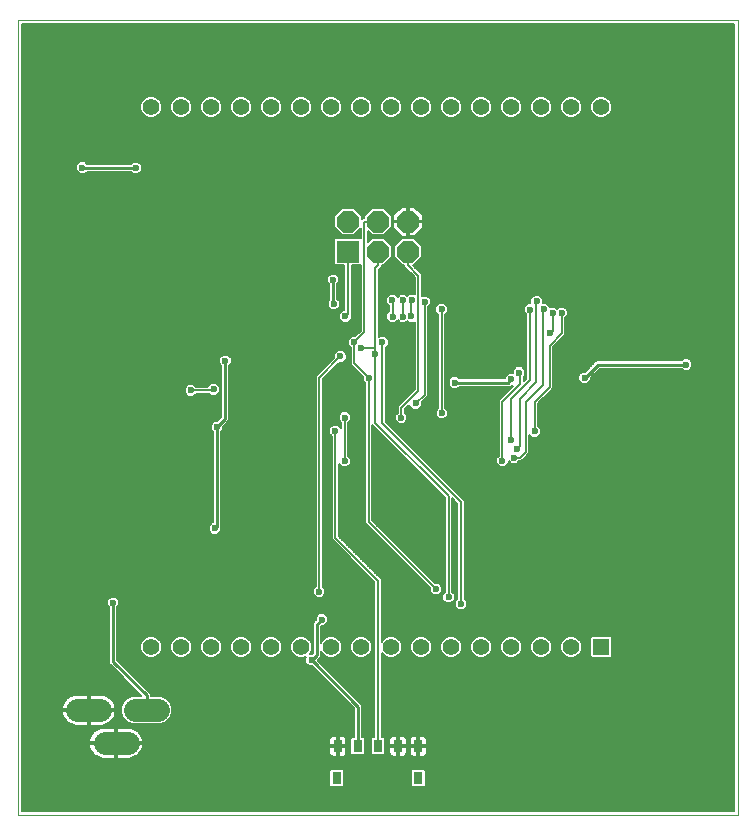
<source format=gbl>
G75*
G70*
%OFA0B0*%
%FSLAX24Y24*%
%IPPOS*%
%LPD*%
%AMOC8*
5,1,8,0,0,1.08239X$1,22.5*
%
%ADD10C,0.0000*%
%ADD11R,0.0554X0.0554*%
%ADD12C,0.0554*%
%ADD13R,0.0315X0.0433*%
%ADD14C,0.0768*%
%ADD15R,0.0740X0.0740*%
%ADD16OC8,0.0740*%
%ADD17C,0.0236*%
%ADD18C,0.0100*%
%ADD19C,0.0060*%
D10*
X000500Y000130D02*
X000500Y026630D01*
X024500Y026630D01*
X024500Y000130D01*
X000500Y000130D01*
D11*
X019941Y005732D03*
D12*
X018941Y005732D03*
X017941Y005732D03*
X016941Y005732D03*
X015941Y005732D03*
X014941Y005732D03*
X013941Y005732D03*
X012941Y005732D03*
X011941Y005732D03*
X010941Y005732D03*
X009941Y005732D03*
X008941Y005732D03*
X007941Y005732D03*
X006941Y005732D03*
X005941Y005732D03*
X004941Y005732D03*
X004941Y023732D03*
X005941Y023732D03*
X006941Y023732D03*
X007941Y023732D03*
X008941Y023732D03*
X009941Y023732D03*
X010941Y023732D03*
X011941Y023732D03*
X012941Y023732D03*
X013941Y023732D03*
X014941Y023732D03*
X015941Y023732D03*
X016941Y023732D03*
X017941Y023732D03*
X018941Y023732D03*
X019941Y023732D03*
D13*
X013839Y002425D03*
X013169Y002425D03*
X012500Y002425D03*
X011831Y002425D03*
X011161Y002425D03*
X011122Y001362D03*
X013839Y001362D03*
D14*
X005175Y003630D02*
X004407Y003630D01*
X004152Y002528D02*
X003384Y002528D01*
X003246Y003630D02*
X002478Y003630D01*
D15*
X011500Y018917D03*
D16*
X012500Y018917D03*
X013500Y018917D03*
X013500Y019917D03*
X012500Y019917D03*
X011500Y019917D03*
D17*
X011006Y017974D03*
X011026Y017169D03*
X011413Y016754D03*
X011709Y015890D03*
X011924Y015687D03*
X012407Y015489D03*
X012645Y015889D03*
X012984Y016749D03*
X013318Y016749D03*
X013615Y016751D03*
X013635Y017306D03*
X014051Y017239D03*
X014617Y016989D03*
X015095Y016145D03*
X015054Y014549D03*
X014625Y013530D03*
X015014Y013138D03*
X013757Y013852D03*
X013275Y013370D03*
X012193Y014702D03*
X011245Y015419D03*
X011394Y013380D03*
X011071Y012937D03*
X011397Y011931D03*
X010539Y007579D03*
X010627Y006649D03*
X010285Y005292D03*
X014433Y007663D03*
X014856Y007401D03*
X015269Y007167D03*
X018020Y010268D03*
X018020Y010661D03*
X017823Y010957D03*
X017823Y011350D03*
X017823Y011744D03*
X017823Y012138D03*
X017823Y012532D03*
X017724Y012925D03*
X018217Y013319D03*
X018512Y013614D03*
X018807Y013910D03*
X019391Y014708D03*
X019398Y015878D03*
X020283Y016764D03*
X020579Y016469D03*
X020874Y016173D03*
X021169Y015878D03*
X021366Y015484D03*
X021760Y015484D03*
X021957Y015780D03*
X022350Y015976D03*
X022744Y015976D03*
X023138Y015976D03*
X023531Y015976D03*
X023907Y015955D03*
X022774Y015150D03*
X023236Y014303D03*
X023531Y014106D03*
X023531Y013713D03*
X023531Y013319D03*
X023433Y012925D03*
X023039Y012925D03*
X022646Y012925D03*
X022252Y012925D03*
X021858Y012925D03*
X021858Y012532D03*
X021858Y012138D03*
X021858Y011744D03*
X021858Y011350D03*
X021858Y010957D03*
X021858Y010563D03*
X021841Y010179D03*
X022252Y010071D03*
X022547Y009776D03*
X022547Y009382D03*
X022941Y009382D03*
X023335Y009382D03*
X023728Y009382D03*
X024122Y009382D03*
X020382Y009382D03*
X020382Y009776D03*
X020185Y010169D03*
X019611Y010296D03*
X019201Y010268D03*
X018807Y010268D03*
X018413Y010268D03*
X019594Y009382D03*
X019988Y009382D03*
X017134Y012335D03*
X017035Y012039D03*
X016642Y011941D03*
X016937Y012630D03*
X016936Y014657D03*
X017199Y014880D03*
X018249Y016193D03*
X018330Y016865D03*
X018626Y016874D03*
X018017Y016995D03*
X017788Y017252D03*
X017571Y016983D03*
X013320Y017290D03*
X012983Y017291D03*
X007409Y015270D03*
X007024Y014323D03*
X006262Y014287D03*
X007125Y013062D03*
X007061Y009685D03*
X003675Y007206D03*
X004425Y021698D03*
X002643Y021710D03*
D18*
X004413Y021710D01*
X004425Y021698D01*
X007409Y015270D02*
X007409Y013346D01*
X007125Y013062D01*
X007125Y009749D01*
X007061Y009685D01*
X003675Y007206D02*
X003675Y005240D01*
X004791Y004124D01*
X004791Y003630D01*
X010285Y005292D02*
X010463Y005470D01*
X010463Y006485D01*
X010627Y006649D01*
X010285Y005292D02*
X011831Y003746D01*
X011831Y002425D01*
X015517Y008900D02*
X016913Y010296D01*
X019611Y010296D01*
X019728Y010179D01*
X021841Y010179D01*
X019391Y014708D02*
X019833Y015150D01*
X022774Y015150D01*
X023907Y015955D02*
X022365Y017498D01*
X015095Y017498D01*
X015095Y016145D01*
X014825Y015875D01*
X014825Y014389D01*
X015014Y014201D01*
X015014Y013138D01*
X016913Y011239D01*
X016913Y010296D01*
X016828Y014549D02*
X015054Y014549D01*
X016828Y014549D02*
X016936Y014657D01*
X015095Y017498D02*
X015095Y018023D01*
X013680Y019437D01*
X013500Y019437D01*
X013500Y019917D01*
X011006Y017974D02*
X011006Y017189D01*
X011026Y017169D01*
D19*
X010818Y017154D02*
X000630Y017154D01*
X000630Y017212D02*
X010818Y017212D01*
X010818Y017255D02*
X010818Y017082D01*
X010940Y016960D01*
X011113Y016960D01*
X011235Y017082D01*
X011235Y017255D01*
X011146Y017343D01*
X011146Y017820D01*
X011214Y017888D01*
X011214Y018061D01*
X011092Y018182D01*
X010920Y018182D01*
X010798Y018061D01*
X010798Y017888D01*
X010866Y017820D01*
X010866Y017302D01*
X010818Y017255D01*
X010834Y017271D02*
X000630Y017271D01*
X000630Y017329D02*
X010866Y017329D01*
X010866Y017388D02*
X000630Y017388D01*
X000630Y017446D02*
X010866Y017446D01*
X010866Y017505D02*
X000630Y017505D01*
X000630Y017563D02*
X010866Y017563D01*
X010866Y017622D02*
X000630Y017622D01*
X000630Y017680D02*
X010866Y017680D01*
X010866Y017739D02*
X000630Y017739D01*
X000630Y017797D02*
X010866Y017797D01*
X010830Y017856D02*
X000630Y017856D01*
X000630Y017914D02*
X010798Y017914D01*
X010798Y017973D02*
X000630Y017973D01*
X000630Y018031D02*
X010798Y018031D01*
X010827Y018090D02*
X000630Y018090D01*
X000630Y018148D02*
X010885Y018148D01*
X011126Y018148D02*
X011380Y018148D01*
X011380Y018090D02*
X011185Y018090D01*
X011214Y018031D02*
X011380Y018031D01*
X011380Y017973D02*
X011214Y017973D01*
X011214Y017914D02*
X011380Y017914D01*
X011380Y017856D02*
X011181Y017856D01*
X011146Y017797D02*
X011380Y017797D01*
X011380Y017739D02*
X011146Y017739D01*
X011146Y017680D02*
X011380Y017680D01*
X011380Y017622D02*
X011146Y017622D01*
X011146Y017563D02*
X011380Y017563D01*
X011380Y017505D02*
X011146Y017505D01*
X011146Y017446D02*
X011380Y017446D01*
X011380Y017388D02*
X011146Y017388D01*
X011160Y017329D02*
X011380Y017329D01*
X011380Y017271D02*
X011219Y017271D01*
X011235Y017212D02*
X011380Y017212D01*
X011380Y017154D02*
X011235Y017154D01*
X011235Y017095D02*
X011380Y017095D01*
X011380Y017037D02*
X011189Y017037D01*
X011130Y016978D02*
X011380Y016978D01*
X011380Y016962D02*
X011327Y016962D01*
X011205Y016841D01*
X011205Y016668D01*
X011327Y016546D01*
X011499Y016546D01*
X011621Y016668D01*
X011621Y016841D01*
X011620Y016842D01*
X011620Y018457D01*
X011907Y018457D01*
X011920Y018470D01*
X011920Y016271D01*
X011747Y016099D01*
X011623Y016099D01*
X011501Y015977D01*
X011501Y015804D01*
X011589Y015716D01*
X011589Y015136D01*
X011985Y014740D01*
X011985Y014615D01*
X012073Y014527D01*
X012073Y009853D01*
X014225Y007701D01*
X014225Y007577D01*
X014347Y007455D01*
X014519Y007455D01*
X014641Y007577D01*
X014641Y007749D01*
X014519Y007871D01*
X014395Y007871D01*
X012313Y009953D01*
X012313Y013134D01*
X014736Y010711D01*
X014736Y007575D01*
X014648Y007487D01*
X014648Y007315D01*
X014770Y007193D01*
X014942Y007193D01*
X015064Y007315D01*
X015064Y007487D01*
X014976Y007575D01*
X014976Y010686D01*
X015149Y010512D01*
X015149Y007341D01*
X015061Y007253D01*
X015061Y007081D01*
X015183Y006959D01*
X015355Y006959D01*
X015477Y007081D01*
X015477Y007253D01*
X015389Y007341D01*
X015389Y010612D01*
X015319Y010682D01*
X012765Y013236D01*
X012765Y015715D01*
X012853Y015803D01*
X012853Y015976D01*
X012731Y016097D01*
X012559Y016097D01*
X012527Y016066D01*
X012527Y018315D01*
X012620Y018408D01*
X012620Y018457D01*
X012691Y018457D01*
X012960Y018727D01*
X012960Y019108D01*
X012691Y019377D01*
X013309Y019377D01*
X013040Y019108D01*
X013040Y018727D01*
X013309Y018457D01*
X013380Y018457D01*
X013380Y018408D01*
X013723Y018065D01*
X013723Y017512D01*
X013721Y017514D01*
X013548Y017514D01*
X013470Y017435D01*
X013406Y017499D01*
X013234Y017499D01*
X013152Y017416D01*
X013069Y017499D01*
X012897Y017499D01*
X012775Y017377D01*
X012775Y017204D01*
X012864Y017116D01*
X012864Y016923D01*
X012776Y016835D01*
X012776Y016663D01*
X012898Y016541D01*
X013070Y016541D01*
X013151Y016622D01*
X013232Y016541D01*
X013405Y016541D01*
X013467Y016604D01*
X013528Y016542D01*
X013701Y016542D01*
X013723Y016564D01*
X013723Y014319D01*
X013225Y013821D01*
X013155Y013751D01*
X013155Y013544D01*
X013067Y013456D01*
X013067Y013284D01*
X013189Y013162D01*
X013361Y013162D01*
X013483Y013284D01*
X013483Y013456D01*
X013395Y013544D01*
X013395Y013652D01*
X013549Y013805D01*
X013549Y013765D01*
X013671Y013644D01*
X013395Y013644D01*
X013395Y013585D02*
X014417Y013585D01*
X014417Y013616D02*
X014417Y013443D01*
X014539Y013322D01*
X014711Y013322D01*
X014833Y013443D01*
X014833Y013616D01*
X014737Y013712D01*
X014737Y016814D01*
X014826Y016902D01*
X014826Y017075D01*
X014704Y017197D01*
X014531Y017197D01*
X014409Y017075D01*
X014409Y016902D01*
X014497Y016814D01*
X014497Y013696D01*
X014417Y013616D01*
X014445Y013644D02*
X013843Y013644D01*
X013965Y013765D01*
X013965Y013890D01*
X014171Y014096D01*
X014171Y017064D01*
X014259Y017153D01*
X014259Y017325D01*
X014137Y017447D01*
X013965Y017447D01*
X013963Y017445D01*
X013963Y018164D01*
X013893Y018235D01*
X013893Y018235D01*
X013670Y018457D01*
X013691Y018457D01*
X013960Y018727D01*
X013960Y019108D01*
X013691Y019377D01*
X024370Y019377D01*
X024370Y019435D02*
X013725Y019435D01*
X013707Y019417D02*
X014000Y019710D01*
X014000Y019887D01*
X013530Y019887D01*
X013530Y019417D01*
X013707Y019417D01*
X013691Y019377D02*
X013309Y019377D01*
X013293Y019417D02*
X013470Y019417D01*
X013470Y019887D01*
X013530Y019887D01*
X013530Y019947D01*
X014000Y019947D01*
X014000Y020125D01*
X013707Y020417D01*
X013530Y020417D01*
X013530Y019947D01*
X013470Y019947D01*
X013470Y019887D01*
X013000Y019887D01*
X013000Y019710D01*
X013293Y019417D01*
X013275Y019435D02*
X012160Y019435D01*
X012160Y019377D02*
X012309Y019377D01*
X012160Y019228D01*
X012160Y019607D01*
X012309Y019457D01*
X012691Y019457D01*
X012960Y019727D01*
X012960Y020108D01*
X012691Y020377D01*
X012309Y020377D01*
X012040Y020108D01*
X012040Y020037D01*
X011990Y020037D01*
X011960Y020007D01*
X011960Y020108D01*
X011691Y020377D01*
X011309Y020377D01*
X011040Y020108D01*
X011040Y019727D01*
X011309Y019457D01*
X011691Y019457D01*
X011920Y019687D01*
X011920Y019365D01*
X011907Y019377D01*
X011093Y019377D01*
X011040Y019325D01*
X011040Y018510D01*
X011093Y018457D01*
X011380Y018457D01*
X011380Y016962D01*
X011284Y016920D02*
X000630Y016920D01*
X000630Y016978D02*
X010923Y016978D01*
X010864Y017037D02*
X000630Y017037D01*
X000630Y017095D02*
X010818Y017095D01*
X011225Y016861D02*
X000630Y016861D01*
X000630Y016803D02*
X011205Y016803D01*
X011205Y016744D02*
X000630Y016744D01*
X000630Y016686D02*
X011205Y016686D01*
X011246Y016627D02*
X000630Y016627D01*
X000630Y016569D02*
X011304Y016569D01*
X011413Y016754D02*
X011500Y016841D01*
X011500Y018917D01*
X011040Y018909D02*
X000630Y018909D01*
X000630Y018967D02*
X011040Y018967D01*
X011040Y019026D02*
X000630Y019026D01*
X000630Y019084D02*
X011040Y019084D01*
X011040Y019143D02*
X000630Y019143D01*
X000630Y019201D02*
X011040Y019201D01*
X011040Y019260D02*
X000630Y019260D01*
X000630Y019318D02*
X011040Y019318D01*
X011092Y019377D02*
X000630Y019377D01*
X000630Y019435D02*
X011920Y019435D01*
X011920Y019377D02*
X011908Y019377D01*
X011920Y019494D02*
X011727Y019494D01*
X011785Y019552D02*
X011920Y019552D01*
X011920Y019611D02*
X011844Y019611D01*
X011902Y019669D02*
X011920Y019669D01*
X012160Y019552D02*
X012215Y019552D01*
X012160Y019494D02*
X012273Y019494D01*
X012309Y019377D02*
X012691Y019377D01*
X012750Y019318D02*
X013250Y019318D01*
X013192Y019260D02*
X012808Y019260D01*
X012867Y019201D02*
X013133Y019201D01*
X013075Y019143D02*
X012925Y019143D01*
X012960Y019084D02*
X013040Y019084D01*
X013040Y019026D02*
X012960Y019026D01*
X012960Y018967D02*
X013040Y018967D01*
X013040Y018909D02*
X012960Y018909D01*
X012960Y018850D02*
X013040Y018850D01*
X013040Y018792D02*
X012960Y018792D01*
X012960Y018733D02*
X013040Y018733D01*
X013092Y018675D02*
X012908Y018675D01*
X012849Y018616D02*
X013151Y018616D01*
X013209Y018558D02*
X012791Y018558D01*
X012732Y018499D02*
X013268Y018499D01*
X013380Y018441D02*
X012620Y018441D01*
X012594Y018382D02*
X013406Y018382D01*
X013464Y018324D02*
X012536Y018324D01*
X012527Y018265D02*
X013523Y018265D01*
X013581Y018207D02*
X012527Y018207D01*
X012527Y018148D02*
X013640Y018148D01*
X013698Y018090D02*
X012527Y018090D01*
X012527Y018031D02*
X013723Y018031D01*
X013723Y017973D02*
X012527Y017973D01*
X012527Y017914D02*
X013723Y017914D01*
X013723Y017856D02*
X012527Y017856D01*
X012527Y017797D02*
X013723Y017797D01*
X013723Y017739D02*
X012527Y017739D01*
X012527Y017680D02*
X013723Y017680D01*
X013723Y017622D02*
X012527Y017622D01*
X012527Y017563D02*
X013723Y017563D01*
X013539Y017505D02*
X012527Y017505D01*
X012527Y017446D02*
X012844Y017446D01*
X012786Y017388D02*
X012527Y017388D01*
X012527Y017329D02*
X012775Y017329D01*
X012775Y017271D02*
X012527Y017271D01*
X012527Y017212D02*
X012775Y017212D01*
X012826Y017154D02*
X012527Y017154D01*
X012527Y017095D02*
X012864Y017095D01*
X012864Y017037D02*
X012527Y017037D01*
X012527Y016978D02*
X012864Y016978D01*
X012860Y016920D02*
X012527Y016920D01*
X012527Y016861D02*
X012801Y016861D01*
X012776Y016803D02*
X012527Y016803D01*
X012527Y016744D02*
X012776Y016744D01*
X012776Y016686D02*
X012527Y016686D01*
X012527Y016627D02*
X012812Y016627D01*
X012870Y016569D02*
X012527Y016569D01*
X012527Y016510D02*
X013723Y016510D01*
X013723Y016452D02*
X012527Y016452D01*
X012527Y016393D02*
X013723Y016393D01*
X013723Y016335D02*
X012527Y016335D01*
X012527Y016276D02*
X013723Y016276D01*
X013723Y016218D02*
X012527Y016218D01*
X012527Y016159D02*
X013723Y016159D01*
X013723Y016101D02*
X012527Y016101D01*
X012645Y015889D02*
X012645Y013186D01*
X015269Y010562D01*
X015269Y007167D01*
X015134Y007326D02*
X015064Y007326D01*
X015064Y007384D02*
X015149Y007384D01*
X015149Y007443D02*
X015064Y007443D01*
X015050Y007501D02*
X015149Y007501D01*
X015149Y007560D02*
X014991Y007560D01*
X014976Y007618D02*
X015149Y007618D01*
X015149Y007677D02*
X014976Y007677D01*
X014976Y007735D02*
X015149Y007735D01*
X015149Y007794D02*
X014976Y007794D01*
X014976Y007852D02*
X015149Y007852D01*
X015149Y007911D02*
X014976Y007911D01*
X014976Y007969D02*
X015149Y007969D01*
X015149Y008028D02*
X014976Y008028D01*
X014976Y008086D02*
X015149Y008086D01*
X015149Y008145D02*
X014976Y008145D01*
X014976Y008203D02*
X015149Y008203D01*
X015149Y008262D02*
X014976Y008262D01*
X014976Y008320D02*
X015149Y008320D01*
X015149Y008379D02*
X014976Y008379D01*
X014976Y008437D02*
X015149Y008437D01*
X015149Y008496D02*
X014976Y008496D01*
X014976Y008554D02*
X015149Y008554D01*
X015149Y008613D02*
X014976Y008613D01*
X014976Y008671D02*
X015149Y008671D01*
X015149Y008730D02*
X014976Y008730D01*
X014976Y008788D02*
X015149Y008788D01*
X015149Y008847D02*
X014976Y008847D01*
X014976Y008905D02*
X015149Y008905D01*
X015149Y008964D02*
X014976Y008964D01*
X014976Y009022D02*
X015149Y009022D01*
X015149Y009081D02*
X014976Y009081D01*
X014976Y009139D02*
X015149Y009139D01*
X015149Y009198D02*
X014976Y009198D01*
X014976Y009256D02*
X015149Y009256D01*
X015149Y009315D02*
X014976Y009315D01*
X014976Y009373D02*
X015149Y009373D01*
X015149Y009432D02*
X014976Y009432D01*
X014976Y009490D02*
X015149Y009490D01*
X015149Y009549D02*
X014976Y009549D01*
X014976Y009607D02*
X015149Y009607D01*
X015149Y009666D02*
X014976Y009666D01*
X014976Y009724D02*
X015149Y009724D01*
X015149Y009783D02*
X014976Y009783D01*
X014976Y009841D02*
X015149Y009841D01*
X015149Y009900D02*
X014976Y009900D01*
X014976Y009958D02*
X015149Y009958D01*
X015149Y010017D02*
X014976Y010017D01*
X014976Y010075D02*
X015149Y010075D01*
X015149Y010134D02*
X014976Y010134D01*
X014976Y010192D02*
X015149Y010192D01*
X015149Y010251D02*
X014976Y010251D01*
X014976Y010309D02*
X015149Y010309D01*
X015149Y010368D02*
X014976Y010368D01*
X014976Y010426D02*
X015149Y010426D01*
X015149Y010485D02*
X014976Y010485D01*
X014976Y010543D02*
X015118Y010543D01*
X015060Y010602D02*
X014976Y010602D01*
X014976Y010660D02*
X015001Y010660D01*
X014856Y010761D02*
X014856Y007401D01*
X014720Y007560D02*
X014624Y007560D01*
X014641Y007618D02*
X014736Y007618D01*
X014736Y007677D02*
X014641Y007677D01*
X014641Y007735D02*
X014736Y007735D01*
X014736Y007794D02*
X014597Y007794D01*
X014538Y007852D02*
X014736Y007852D01*
X014736Y007911D02*
X014355Y007911D01*
X014297Y007969D02*
X014736Y007969D01*
X014736Y008028D02*
X014238Y008028D01*
X014180Y008086D02*
X014736Y008086D01*
X014736Y008145D02*
X014121Y008145D01*
X014063Y008203D02*
X014736Y008203D01*
X014736Y008262D02*
X014004Y008262D01*
X013946Y008320D02*
X014736Y008320D01*
X014736Y008379D02*
X013887Y008379D01*
X013829Y008437D02*
X014736Y008437D01*
X014736Y008496D02*
X013770Y008496D01*
X013712Y008554D02*
X014736Y008554D01*
X014736Y008613D02*
X013653Y008613D01*
X013595Y008671D02*
X014736Y008671D01*
X014736Y008730D02*
X013536Y008730D01*
X013478Y008788D02*
X014736Y008788D01*
X014736Y008847D02*
X013419Y008847D01*
X013361Y008905D02*
X014736Y008905D01*
X014736Y008964D02*
X013302Y008964D01*
X013244Y009022D02*
X014736Y009022D01*
X014736Y009081D02*
X013185Y009081D01*
X013127Y009139D02*
X014736Y009139D01*
X014736Y009198D02*
X013068Y009198D01*
X013010Y009256D02*
X014736Y009256D01*
X014736Y009315D02*
X012951Y009315D01*
X012893Y009373D02*
X014736Y009373D01*
X014736Y009432D02*
X012834Y009432D01*
X012776Y009490D02*
X014736Y009490D01*
X014736Y009549D02*
X012717Y009549D01*
X012659Y009607D02*
X014736Y009607D01*
X014736Y009666D02*
X012600Y009666D01*
X012542Y009724D02*
X014736Y009724D01*
X014736Y009783D02*
X012483Y009783D01*
X012425Y009841D02*
X014736Y009841D01*
X014736Y009900D02*
X012366Y009900D01*
X012313Y009958D02*
X014736Y009958D01*
X014736Y010017D02*
X012313Y010017D01*
X012313Y010075D02*
X014736Y010075D01*
X014736Y010134D02*
X012313Y010134D01*
X012313Y010192D02*
X014736Y010192D01*
X014736Y010251D02*
X012313Y010251D01*
X012313Y010309D02*
X014736Y010309D01*
X014736Y010368D02*
X012313Y010368D01*
X012313Y010426D02*
X014736Y010426D01*
X014736Y010485D02*
X012313Y010485D01*
X012313Y010543D02*
X014736Y010543D01*
X014736Y010602D02*
X012313Y010602D01*
X012313Y010660D02*
X014736Y010660D01*
X014728Y010719D02*
X012313Y010719D01*
X012313Y010777D02*
X014670Y010777D01*
X014611Y010836D02*
X012313Y010836D01*
X012313Y010894D02*
X014553Y010894D01*
X014494Y010953D02*
X012313Y010953D01*
X012313Y011011D02*
X014436Y011011D01*
X014377Y011070D02*
X012313Y011070D01*
X012313Y011128D02*
X014319Y011128D01*
X014260Y011187D02*
X012313Y011187D01*
X012313Y011245D02*
X014202Y011245D01*
X014143Y011304D02*
X012313Y011304D01*
X012313Y011362D02*
X014085Y011362D01*
X014026Y011421D02*
X012313Y011421D01*
X012313Y011479D02*
X013968Y011479D01*
X013909Y011538D02*
X012313Y011538D01*
X012313Y011596D02*
X013851Y011596D01*
X013792Y011655D02*
X012313Y011655D01*
X012313Y011713D02*
X013734Y011713D01*
X013675Y011772D02*
X012313Y011772D01*
X012313Y011830D02*
X013617Y011830D01*
X013558Y011889D02*
X012313Y011889D01*
X012313Y011947D02*
X013500Y011947D01*
X013441Y012006D02*
X012313Y012006D01*
X012313Y012064D02*
X013383Y012064D01*
X013324Y012123D02*
X012313Y012123D01*
X012313Y012181D02*
X013266Y012181D01*
X013207Y012240D02*
X012313Y012240D01*
X012313Y012298D02*
X013149Y012298D01*
X013090Y012357D02*
X012313Y012357D01*
X012313Y012415D02*
X013032Y012415D01*
X012973Y012474D02*
X012313Y012474D01*
X012313Y012532D02*
X012915Y012532D01*
X012856Y012591D02*
X012313Y012591D01*
X012313Y012649D02*
X012798Y012649D01*
X012739Y012708D02*
X012313Y012708D01*
X012313Y012766D02*
X012681Y012766D01*
X012622Y012825D02*
X012313Y012825D01*
X012313Y012883D02*
X012564Y012883D01*
X012505Y012942D02*
X012313Y012942D01*
X012313Y013000D02*
X012447Y013000D01*
X012388Y013059D02*
X012313Y013059D01*
X012313Y013117D02*
X012330Y013117D01*
X012407Y013210D02*
X014856Y010761D01*
X015048Y010953D02*
X024370Y010953D01*
X024370Y011011D02*
X014990Y011011D01*
X014931Y011070D02*
X024370Y011070D01*
X024370Y011128D02*
X014873Y011128D01*
X014814Y011187D02*
X024370Y011187D01*
X024370Y011245D02*
X014756Y011245D01*
X014697Y011304D02*
X024370Y011304D01*
X024370Y011362D02*
X014639Y011362D01*
X014580Y011421D02*
X024370Y011421D01*
X024370Y011479D02*
X014522Y011479D01*
X014463Y011538D02*
X024370Y011538D01*
X024370Y011596D02*
X014405Y011596D01*
X014346Y011655D02*
X024370Y011655D01*
X024370Y011713D02*
X014288Y011713D01*
X014229Y011772D02*
X016517Y011772D01*
X016556Y011733D02*
X016434Y011855D01*
X016434Y012027D01*
X016522Y012115D01*
X016522Y013959D01*
X017012Y014449D01*
X016926Y014449D01*
X016886Y014409D01*
X015208Y014409D01*
X015140Y014341D01*
X014968Y014341D01*
X014846Y014463D01*
X014846Y014635D01*
X014968Y014757D01*
X015140Y014757D01*
X015208Y014689D01*
X016728Y014689D01*
X016728Y014743D01*
X016850Y014865D01*
X016991Y014865D01*
X016991Y014967D01*
X017113Y015089D01*
X017286Y015089D01*
X017408Y014967D01*
X017408Y014794D01*
X017352Y014739D01*
X017352Y014593D01*
X017439Y014679D01*
X017439Y016820D01*
X017363Y016896D01*
X017363Y017069D01*
X017485Y017191D01*
X017580Y017191D01*
X017580Y017338D01*
X017702Y017460D01*
X017874Y017460D01*
X017996Y017338D01*
X017996Y017203D01*
X018103Y017203D01*
X018225Y017081D01*
X018225Y017055D01*
X018244Y017073D01*
X018416Y017073D01*
X018474Y017016D01*
X018540Y017082D01*
X018712Y017082D01*
X018834Y016960D01*
X018834Y016788D01*
X018746Y016700D01*
X018746Y016239D01*
X018746Y016139D01*
X018337Y015730D01*
X018337Y014352D01*
X018266Y014282D01*
X017844Y013860D01*
X017844Y013100D01*
X017933Y013011D01*
X017933Y012839D01*
X017811Y012717D01*
X017638Y012717D01*
X017549Y012806D01*
X017549Y012187D01*
X017352Y011990D01*
X017282Y011919D01*
X017210Y011919D01*
X017122Y011831D01*
X016949Y011831D01*
X016850Y011931D01*
X016850Y011855D01*
X016728Y011733D01*
X016556Y011733D01*
X016458Y011830D02*
X014171Y011830D01*
X014112Y011889D02*
X016434Y011889D01*
X016434Y011947D02*
X014054Y011947D01*
X013995Y012006D02*
X016434Y012006D01*
X016470Y012064D02*
X013937Y012064D01*
X013878Y012123D02*
X016522Y012123D01*
X016522Y012181D02*
X013820Y012181D01*
X013761Y012240D02*
X016522Y012240D01*
X016522Y012298D02*
X013703Y012298D01*
X013644Y012357D02*
X016522Y012357D01*
X016522Y012415D02*
X013586Y012415D01*
X013527Y012474D02*
X016522Y012474D01*
X016522Y012532D02*
X013469Y012532D01*
X013410Y012591D02*
X016522Y012591D01*
X016522Y012649D02*
X013352Y012649D01*
X013293Y012708D02*
X016522Y012708D01*
X016522Y012766D02*
X013235Y012766D01*
X013176Y012825D02*
X016522Y012825D01*
X016522Y012883D02*
X013118Y012883D01*
X013059Y012942D02*
X016522Y012942D01*
X016522Y013000D02*
X013001Y013000D01*
X012942Y013059D02*
X016522Y013059D01*
X016522Y013117D02*
X012884Y013117D01*
X012825Y013176D02*
X013175Y013176D01*
X013116Y013234D02*
X012767Y013234D01*
X012765Y013293D02*
X013067Y013293D01*
X013067Y013351D02*
X012765Y013351D01*
X012765Y013410D02*
X013067Y013410D01*
X013079Y013468D02*
X012765Y013468D01*
X012765Y013527D02*
X013137Y013527D01*
X013155Y013585D02*
X012765Y013585D01*
X012765Y013644D02*
X013155Y013644D01*
X013155Y013702D02*
X012765Y013702D01*
X012765Y013761D02*
X013165Y013761D01*
X013223Y013819D02*
X012765Y013819D01*
X012765Y013878D02*
X013282Y013878D01*
X013340Y013936D02*
X012765Y013936D01*
X012765Y013995D02*
X013399Y013995D01*
X013457Y014053D02*
X012765Y014053D01*
X012765Y014112D02*
X013516Y014112D01*
X013574Y014170D02*
X012765Y014170D01*
X012765Y014229D02*
X013633Y014229D01*
X013691Y014287D02*
X012765Y014287D01*
X012765Y014346D02*
X013723Y014346D01*
X013723Y014404D02*
X012765Y014404D01*
X012765Y014463D02*
X013723Y014463D01*
X013723Y014521D02*
X012765Y014521D01*
X012765Y014580D02*
X013723Y014580D01*
X013723Y014638D02*
X012765Y014638D01*
X012765Y014697D02*
X013723Y014697D01*
X013723Y014755D02*
X012765Y014755D01*
X012765Y014814D02*
X013723Y014814D01*
X013723Y014872D02*
X012765Y014872D01*
X012765Y014931D02*
X013723Y014931D01*
X013723Y014989D02*
X012765Y014989D01*
X012765Y015048D02*
X013723Y015048D01*
X013723Y015106D02*
X012765Y015106D01*
X012765Y015165D02*
X013723Y015165D01*
X013723Y015223D02*
X012765Y015223D01*
X012765Y015282D02*
X013723Y015282D01*
X013723Y015340D02*
X012765Y015340D01*
X012765Y015399D02*
X013723Y015399D01*
X013723Y015457D02*
X012765Y015457D01*
X012765Y015516D02*
X013723Y015516D01*
X013723Y015574D02*
X012765Y015574D01*
X012765Y015633D02*
X013723Y015633D01*
X013723Y015691D02*
X012765Y015691D01*
X012800Y015750D02*
X013723Y015750D01*
X013723Y015808D02*
X012853Y015808D01*
X012853Y015867D02*
X013723Y015867D01*
X013723Y015925D02*
X012853Y015925D01*
X012845Y015984D02*
X013723Y015984D01*
X013723Y016042D02*
X012787Y016042D01*
X013097Y016569D02*
X013205Y016569D01*
X013318Y016749D02*
X013318Y017289D01*
X013320Y017290D01*
X013459Y017446D02*
X013481Y017446D01*
X013635Y017306D02*
X013615Y017286D01*
X013615Y016751D01*
X013502Y016569D02*
X013432Y016569D01*
X012984Y016749D02*
X012984Y017290D01*
X012983Y017291D01*
X013122Y017446D02*
X013181Y017446D01*
X013843Y018115D02*
X013843Y014269D01*
X013275Y013701D01*
X013275Y013370D01*
X013413Y013527D02*
X014417Y013527D01*
X014417Y013468D02*
X013471Y013468D01*
X013483Y013410D02*
X014451Y013410D01*
X014509Y013351D02*
X013483Y013351D01*
X013483Y013293D02*
X016522Y013293D01*
X016522Y013351D02*
X014741Y013351D01*
X014799Y013410D02*
X016522Y013410D01*
X016522Y013468D02*
X014833Y013468D01*
X014833Y013527D02*
X016522Y013527D01*
X016522Y013585D02*
X014833Y013585D01*
X014806Y013644D02*
X016522Y013644D01*
X016522Y013702D02*
X014747Y013702D01*
X014737Y013761D02*
X016522Y013761D01*
X016522Y013819D02*
X014737Y013819D01*
X014737Y013878D02*
X016522Y013878D01*
X016522Y013936D02*
X014737Y013936D01*
X014737Y013995D02*
X016557Y013995D01*
X016616Y014053D02*
X014737Y014053D01*
X014737Y014112D02*
X016674Y014112D01*
X016733Y014170D02*
X014737Y014170D01*
X014737Y014229D02*
X016791Y014229D01*
X016850Y014287D02*
X014737Y014287D01*
X014737Y014346D02*
X014963Y014346D01*
X014905Y014404D02*
X014737Y014404D01*
X014737Y014463D02*
X014846Y014463D01*
X014846Y014521D02*
X014737Y014521D01*
X014737Y014580D02*
X014846Y014580D01*
X014849Y014638D02*
X014737Y014638D01*
X014737Y014697D02*
X014907Y014697D01*
X014966Y014755D02*
X014737Y014755D01*
X014737Y014814D02*
X016798Y014814D01*
X016740Y014755D02*
X015142Y014755D01*
X015201Y014697D02*
X016728Y014697D01*
X016991Y014872D02*
X014737Y014872D01*
X014737Y014931D02*
X016991Y014931D01*
X017014Y014989D02*
X014737Y014989D01*
X014737Y015048D02*
X017072Y015048D01*
X017199Y014880D02*
X017232Y014848D01*
X017232Y014500D01*
X016642Y013910D01*
X016642Y012236D01*
X016642Y011941D01*
X016767Y011772D02*
X024370Y011772D01*
X024370Y011830D02*
X016825Y011830D01*
X016850Y011889D02*
X016892Y011889D01*
X017035Y012039D02*
X017232Y012039D01*
X017429Y012236D01*
X017429Y013910D01*
X017987Y014467D01*
X017987Y014566D01*
X017987Y016964D01*
X018017Y016995D01*
X018152Y017154D02*
X024370Y017154D01*
X024370Y017212D02*
X017996Y017212D01*
X017996Y017271D02*
X024370Y017271D01*
X024370Y017329D02*
X017996Y017329D01*
X017947Y017388D02*
X024370Y017388D01*
X024370Y017446D02*
X017888Y017446D01*
X017688Y017446D02*
X014138Y017446D01*
X014197Y017388D02*
X017630Y017388D01*
X017580Y017329D02*
X014255Y017329D01*
X014259Y017271D02*
X017580Y017271D01*
X017580Y017212D02*
X014259Y017212D01*
X014259Y017154D02*
X014488Y017154D01*
X014430Y017095D02*
X014202Y017095D01*
X014171Y017037D02*
X014409Y017037D01*
X014409Y016978D02*
X014171Y016978D01*
X014171Y016920D02*
X014409Y016920D01*
X014451Y016861D02*
X014171Y016861D01*
X014171Y016803D02*
X014497Y016803D01*
X014497Y016744D02*
X014171Y016744D01*
X014171Y016686D02*
X014497Y016686D01*
X014497Y016627D02*
X014171Y016627D01*
X014171Y016569D02*
X014497Y016569D01*
X014497Y016510D02*
X014171Y016510D01*
X014171Y016452D02*
X014497Y016452D01*
X014497Y016393D02*
X014171Y016393D01*
X014171Y016335D02*
X014497Y016335D01*
X014497Y016276D02*
X014171Y016276D01*
X014171Y016218D02*
X014497Y016218D01*
X014497Y016159D02*
X014171Y016159D01*
X014171Y016101D02*
X014497Y016101D01*
X014497Y016042D02*
X014171Y016042D01*
X014171Y015984D02*
X014497Y015984D01*
X014497Y015925D02*
X014171Y015925D01*
X014171Y015867D02*
X014497Y015867D01*
X014497Y015808D02*
X014171Y015808D01*
X014171Y015750D02*
X014497Y015750D01*
X014497Y015691D02*
X014171Y015691D01*
X014171Y015633D02*
X014497Y015633D01*
X014497Y015574D02*
X014171Y015574D01*
X014171Y015516D02*
X014497Y015516D01*
X014497Y015457D02*
X014171Y015457D01*
X014171Y015399D02*
X014497Y015399D01*
X014497Y015340D02*
X014171Y015340D01*
X014171Y015282D02*
X014497Y015282D01*
X014497Y015223D02*
X014171Y015223D01*
X014171Y015165D02*
X014497Y015165D01*
X014497Y015106D02*
X014171Y015106D01*
X014171Y015048D02*
X014497Y015048D01*
X014497Y014989D02*
X014171Y014989D01*
X014171Y014931D02*
X014497Y014931D01*
X014497Y014872D02*
X014171Y014872D01*
X014171Y014814D02*
X014497Y014814D01*
X014497Y014755D02*
X014171Y014755D01*
X014171Y014697D02*
X014497Y014697D01*
X014497Y014638D02*
X014171Y014638D01*
X014171Y014580D02*
X014497Y014580D01*
X014497Y014521D02*
X014171Y014521D01*
X014171Y014463D02*
X014497Y014463D01*
X014497Y014404D02*
X014171Y014404D01*
X014171Y014346D02*
X014497Y014346D01*
X014497Y014287D02*
X014171Y014287D01*
X014171Y014229D02*
X014497Y014229D01*
X014497Y014170D02*
X014171Y014170D01*
X014171Y014112D02*
X014497Y014112D01*
X014497Y014053D02*
X014128Y014053D01*
X014069Y013995D02*
X014497Y013995D01*
X014497Y013936D02*
X014011Y013936D01*
X013965Y013878D02*
X014497Y013878D01*
X014497Y013819D02*
X013965Y013819D01*
X013960Y013761D02*
X014497Y013761D01*
X014497Y013702D02*
X013901Y013702D01*
X013843Y013644D02*
X013671Y013644D01*
X013612Y013702D02*
X013445Y013702D01*
X013504Y013761D02*
X013554Y013761D01*
X013757Y013852D02*
X014051Y014146D01*
X014051Y017239D01*
X013963Y017446D02*
X013964Y017446D01*
X013963Y017505D02*
X024370Y017505D01*
X024370Y017563D02*
X013963Y017563D01*
X013963Y017622D02*
X024370Y017622D01*
X024370Y017680D02*
X013963Y017680D01*
X013963Y017739D02*
X024370Y017739D01*
X024370Y017797D02*
X013963Y017797D01*
X013963Y017856D02*
X024370Y017856D01*
X024370Y017914D02*
X013963Y017914D01*
X013963Y017973D02*
X024370Y017973D01*
X024370Y018031D02*
X013963Y018031D01*
X013963Y018090D02*
X024370Y018090D01*
X024370Y018148D02*
X013963Y018148D01*
X013920Y018207D02*
X024370Y018207D01*
X024370Y018265D02*
X013862Y018265D01*
X013803Y018324D02*
X024370Y018324D01*
X024370Y018382D02*
X013745Y018382D01*
X013686Y018441D02*
X024370Y018441D01*
X024370Y018499D02*
X013732Y018499D01*
X013791Y018558D02*
X024370Y018558D01*
X024370Y018616D02*
X013849Y018616D01*
X013908Y018675D02*
X024370Y018675D01*
X024370Y018733D02*
X013960Y018733D01*
X013960Y018792D02*
X024370Y018792D01*
X024370Y018850D02*
X013960Y018850D01*
X013960Y018909D02*
X024370Y018909D01*
X024370Y018967D02*
X013960Y018967D01*
X013960Y019026D02*
X024370Y019026D01*
X024370Y019084D02*
X013960Y019084D01*
X013925Y019143D02*
X024370Y019143D01*
X024370Y019201D02*
X013867Y019201D01*
X013808Y019260D02*
X024370Y019260D01*
X024370Y019318D02*
X013750Y019318D01*
X013783Y019494D02*
X024370Y019494D01*
X024370Y019552D02*
X013842Y019552D01*
X013900Y019611D02*
X024370Y019611D01*
X024370Y019669D02*
X013959Y019669D01*
X014000Y019728D02*
X024370Y019728D01*
X024370Y019786D02*
X014000Y019786D01*
X014000Y019845D02*
X024370Y019845D01*
X024370Y019903D02*
X013530Y019903D01*
X013530Y019845D02*
X013470Y019845D01*
X013470Y019903D02*
X012960Y019903D01*
X012960Y019845D02*
X013000Y019845D01*
X013000Y019786D02*
X012960Y019786D01*
X012960Y019728D02*
X013000Y019728D01*
X013041Y019669D02*
X012902Y019669D01*
X012844Y019611D02*
X013100Y019611D01*
X013158Y019552D02*
X012785Y019552D01*
X012727Y019494D02*
X013217Y019494D01*
X013470Y019494D02*
X013530Y019494D01*
X013530Y019552D02*
X013470Y019552D01*
X013470Y019611D02*
X013530Y019611D01*
X013530Y019669D02*
X013470Y019669D01*
X013470Y019728D02*
X013530Y019728D01*
X013530Y019786D02*
X013470Y019786D01*
X013470Y019947D02*
X013000Y019947D01*
X013000Y020125D01*
X013293Y020417D01*
X013470Y020417D01*
X013470Y019947D01*
X013470Y019962D02*
X013530Y019962D01*
X013530Y020020D02*
X013470Y020020D01*
X013470Y020079D02*
X013530Y020079D01*
X013530Y020137D02*
X013470Y020137D01*
X013470Y020196D02*
X013530Y020196D01*
X013530Y020254D02*
X013470Y020254D01*
X013470Y020313D02*
X013530Y020313D01*
X013530Y020371D02*
X013470Y020371D01*
X013247Y020371D02*
X012697Y020371D01*
X012755Y020313D02*
X013188Y020313D01*
X013130Y020254D02*
X012814Y020254D01*
X012872Y020196D02*
X013071Y020196D01*
X013013Y020137D02*
X012931Y020137D01*
X012960Y020079D02*
X013000Y020079D01*
X013000Y020020D02*
X012960Y020020D01*
X012960Y019962D02*
X013000Y019962D01*
X012500Y019917D02*
X012040Y019917D01*
X012040Y016222D01*
X011709Y015890D01*
X011709Y015186D01*
X012193Y014702D01*
X012193Y009903D01*
X014433Y007663D01*
X014225Y007677D02*
X012620Y007677D01*
X012620Y007735D02*
X014191Y007735D01*
X014133Y007794D02*
X012620Y007794D01*
X012620Y007852D02*
X014074Y007852D01*
X014016Y007911D02*
X012620Y007911D01*
X012620Y007969D02*
X013957Y007969D01*
X013899Y008028D02*
X012589Y008028D01*
X012620Y007996D02*
X011191Y009425D01*
X011191Y011843D01*
X011311Y011723D01*
X011483Y011723D01*
X011605Y011845D01*
X011605Y012017D01*
X011514Y012108D01*
X011514Y012132D01*
X011514Y013206D01*
X011602Y013294D01*
X011602Y013466D01*
X011480Y013588D01*
X011308Y013588D01*
X011186Y013466D01*
X011186Y013294D01*
X011274Y013206D01*
X011274Y013028D01*
X011157Y013145D01*
X010985Y013145D01*
X010863Y013023D01*
X010863Y012850D01*
X010951Y012762D01*
X010951Y009326D01*
X011021Y009256D01*
X010659Y009256D01*
X010659Y009198D02*
X011079Y009198D01*
X011021Y009256D02*
X012380Y007897D01*
X012380Y002732D01*
X012305Y002732D01*
X012253Y002679D01*
X012253Y002171D01*
X012305Y002119D01*
X012026Y002119D01*
X012025Y002119D02*
X012078Y002171D01*
X012078Y002679D01*
X012025Y002732D01*
X011971Y002732D01*
X011971Y003804D01*
X010493Y005282D01*
X010493Y005303D01*
X010603Y005412D01*
X010603Y005590D01*
X010630Y005524D01*
X010733Y005421D01*
X010868Y005365D01*
X011014Y005365D01*
X011149Y005421D01*
X011252Y005524D01*
X011308Y005659D01*
X011308Y005805D01*
X011252Y005940D01*
X011149Y006044D01*
X011014Y006100D01*
X010868Y006100D01*
X010733Y006044D01*
X010630Y005940D01*
X010603Y005875D01*
X010603Y006427D01*
X010617Y006441D01*
X010713Y006441D01*
X010835Y006563D01*
X010835Y006735D01*
X010713Y006857D01*
X010541Y006857D01*
X010419Y006735D01*
X010419Y006639D01*
X010405Y006625D01*
X010323Y006543D01*
X010323Y005528D01*
X010295Y005501D01*
X010228Y005501D01*
X010252Y005524D01*
X010308Y005659D01*
X010308Y005805D01*
X010252Y005940D01*
X010149Y006044D01*
X010014Y006100D01*
X009868Y006100D01*
X009733Y006044D01*
X009630Y005940D01*
X009574Y005805D01*
X009574Y005659D01*
X009630Y005524D01*
X009733Y005421D01*
X009868Y005365D01*
X010014Y005365D01*
X010098Y005400D01*
X010076Y005379D01*
X010076Y005206D01*
X010198Y005084D01*
X010295Y005084D01*
X011691Y003688D01*
X011691Y002732D01*
X011636Y002732D01*
X011583Y002679D01*
X011583Y002171D01*
X011636Y002119D01*
X012025Y002119D01*
X012078Y002178D02*
X012253Y002178D01*
X012253Y002236D02*
X012078Y002236D01*
X012078Y002295D02*
X012253Y002295D01*
X012253Y002353D02*
X012078Y002353D01*
X012078Y002412D02*
X012253Y002412D01*
X012253Y002470D02*
X012078Y002470D01*
X012078Y002529D02*
X012253Y002529D01*
X012253Y002587D02*
X012078Y002587D01*
X012078Y002646D02*
X012253Y002646D01*
X012277Y002704D02*
X012053Y002704D01*
X011971Y002763D02*
X012380Y002763D01*
X012380Y002821D02*
X011971Y002821D01*
X011971Y002880D02*
X012380Y002880D01*
X012380Y002938D02*
X011971Y002938D01*
X011971Y002997D02*
X012380Y002997D01*
X012380Y003055D02*
X011971Y003055D01*
X011971Y003114D02*
X012380Y003114D01*
X012380Y003172D02*
X011971Y003172D01*
X011971Y003231D02*
X012380Y003231D01*
X012380Y003289D02*
X011971Y003289D01*
X011971Y003348D02*
X012380Y003348D01*
X012380Y003406D02*
X011971Y003406D01*
X011971Y003465D02*
X012380Y003465D01*
X012380Y003523D02*
X011971Y003523D01*
X011971Y003582D02*
X012380Y003582D01*
X012380Y003640D02*
X011971Y003640D01*
X011971Y003699D02*
X012380Y003699D01*
X012380Y003757D02*
X011971Y003757D01*
X011959Y003816D02*
X012380Y003816D01*
X012380Y003874D02*
X011901Y003874D01*
X011842Y003933D02*
X012380Y003933D01*
X012380Y003991D02*
X011784Y003991D01*
X011725Y004050D02*
X012380Y004050D01*
X012380Y004108D02*
X011667Y004108D01*
X011608Y004167D02*
X012380Y004167D01*
X012380Y004225D02*
X011550Y004225D01*
X011491Y004284D02*
X012380Y004284D01*
X012380Y004342D02*
X011433Y004342D01*
X011374Y004401D02*
X012380Y004401D01*
X012380Y004459D02*
X011316Y004459D01*
X011257Y004518D02*
X012380Y004518D01*
X012380Y004576D02*
X011199Y004576D01*
X011140Y004635D02*
X012380Y004635D01*
X012380Y004693D02*
X011082Y004693D01*
X011023Y004752D02*
X012380Y004752D01*
X012380Y004810D02*
X010965Y004810D01*
X010906Y004869D02*
X012380Y004869D01*
X012380Y004927D02*
X010848Y004927D01*
X010789Y004986D02*
X012380Y004986D01*
X012380Y005044D02*
X010731Y005044D01*
X010672Y005103D02*
X012380Y005103D01*
X012380Y005161D02*
X010614Y005161D01*
X010555Y005220D02*
X012380Y005220D01*
X012380Y005278D02*
X010497Y005278D01*
X010527Y005337D02*
X012380Y005337D01*
X012380Y005395D02*
X012086Y005395D01*
X012149Y005421D02*
X012014Y005365D01*
X011868Y005365D01*
X011733Y005421D01*
X011630Y005524D01*
X011574Y005659D01*
X011574Y005805D01*
X011630Y005940D01*
X011733Y006044D01*
X011868Y006100D01*
X012014Y006100D01*
X012149Y006044D01*
X012252Y005940D01*
X012308Y005805D01*
X012308Y005659D01*
X012252Y005524D01*
X012149Y005421D01*
X012181Y005454D02*
X012380Y005454D01*
X012380Y005512D02*
X012240Y005512D01*
X012271Y005571D02*
X012380Y005571D01*
X012380Y005629D02*
X012296Y005629D01*
X012308Y005688D02*
X012380Y005688D01*
X012380Y005746D02*
X012308Y005746D01*
X012308Y005805D02*
X012380Y005805D01*
X012380Y005863D02*
X012284Y005863D01*
X012260Y005922D02*
X012380Y005922D01*
X012380Y005980D02*
X012213Y005980D01*
X012154Y006039D02*
X012380Y006039D01*
X012380Y006097D02*
X012020Y006097D01*
X011862Y006097D02*
X011020Y006097D01*
X011154Y006039D02*
X011728Y006039D01*
X011669Y005980D02*
X011213Y005980D01*
X011260Y005922D02*
X011622Y005922D01*
X011598Y005863D02*
X011284Y005863D01*
X011308Y005805D02*
X011574Y005805D01*
X011574Y005746D02*
X011308Y005746D01*
X011308Y005688D02*
X011574Y005688D01*
X011586Y005629D02*
X011296Y005629D01*
X011271Y005571D02*
X011611Y005571D01*
X011642Y005512D02*
X011240Y005512D01*
X011181Y005454D02*
X011701Y005454D01*
X011796Y005395D02*
X011086Y005395D01*
X010796Y005395D02*
X010585Y005395D01*
X010603Y005454D02*
X010701Y005454D01*
X010642Y005512D02*
X010603Y005512D01*
X010603Y005571D02*
X010611Y005571D01*
X010323Y005571D02*
X010271Y005571D01*
X010296Y005629D02*
X010323Y005629D01*
X010323Y005688D02*
X010308Y005688D01*
X010308Y005746D02*
X010323Y005746D01*
X010323Y005805D02*
X010308Y005805D01*
X010323Y005863D02*
X010284Y005863D01*
X010260Y005922D02*
X010323Y005922D01*
X010323Y005980D02*
X010213Y005980D01*
X010154Y006039D02*
X010323Y006039D01*
X010323Y006097D02*
X010020Y006097D01*
X009862Y006097D02*
X009020Y006097D01*
X009014Y006100D02*
X008868Y006100D01*
X008733Y006044D01*
X008630Y005940D01*
X008574Y005805D01*
X008574Y005659D01*
X008630Y005524D01*
X008733Y005421D01*
X008868Y005365D01*
X009014Y005365D01*
X009149Y005421D01*
X009252Y005524D01*
X009308Y005659D01*
X009308Y005805D01*
X009252Y005940D01*
X009149Y006044D01*
X009014Y006100D01*
X008862Y006097D02*
X008020Y006097D01*
X008014Y006100D02*
X007868Y006100D01*
X007733Y006044D01*
X007630Y005940D01*
X007574Y005805D01*
X007574Y005659D01*
X007630Y005524D01*
X007733Y005421D01*
X007868Y005365D01*
X008014Y005365D01*
X008149Y005421D01*
X008252Y005524D01*
X008308Y005659D01*
X008308Y005805D01*
X008252Y005940D01*
X008149Y006044D01*
X008014Y006100D01*
X007862Y006097D02*
X007020Y006097D01*
X007014Y006100D02*
X006868Y006100D01*
X006733Y006044D01*
X006630Y005940D01*
X006574Y005805D01*
X006574Y005659D01*
X006630Y005524D01*
X006733Y005421D01*
X006868Y005365D01*
X007014Y005365D01*
X007149Y005421D01*
X007252Y005524D01*
X007308Y005659D01*
X007308Y005805D01*
X007252Y005940D01*
X007149Y006044D01*
X007014Y006100D01*
X006862Y006097D02*
X006020Y006097D01*
X006014Y006100D02*
X005868Y006100D01*
X005733Y006044D01*
X005630Y005940D01*
X005574Y005805D01*
X005574Y005659D01*
X005630Y005524D01*
X005733Y005421D01*
X005868Y005365D01*
X006014Y005365D01*
X006149Y005421D01*
X006252Y005524D01*
X006308Y005659D01*
X006308Y005805D01*
X006252Y005940D01*
X006149Y006044D01*
X006014Y006100D01*
X005862Y006097D02*
X005020Y006097D01*
X005014Y006100D02*
X004868Y006100D01*
X004733Y006044D01*
X004630Y005940D01*
X004574Y005805D01*
X004574Y005659D01*
X004630Y005524D01*
X004733Y005421D01*
X004868Y005365D01*
X005014Y005365D01*
X005149Y005421D01*
X005252Y005524D01*
X005308Y005659D01*
X005308Y005805D01*
X005252Y005940D01*
X005149Y006044D01*
X005014Y006100D01*
X004862Y006097D02*
X003815Y006097D01*
X003815Y006039D02*
X004728Y006039D01*
X004669Y005980D02*
X003815Y005980D01*
X003815Y005922D02*
X004622Y005922D01*
X004598Y005863D02*
X003815Y005863D01*
X003815Y005805D02*
X004574Y005805D01*
X004574Y005746D02*
X003815Y005746D01*
X003815Y005688D02*
X004574Y005688D01*
X004586Y005629D02*
X003815Y005629D01*
X003815Y005571D02*
X004611Y005571D01*
X004642Y005512D02*
X003815Y005512D01*
X003815Y005454D02*
X004701Y005454D01*
X004796Y005395D02*
X003815Y005395D01*
X003815Y005337D02*
X010076Y005337D01*
X010086Y005395D02*
X010093Y005395D01*
X010076Y005278D02*
X003835Y005278D01*
X003815Y005298D02*
X003815Y007052D01*
X003883Y007120D01*
X003883Y007292D01*
X003761Y007414D01*
X003589Y007414D01*
X003467Y007292D01*
X003467Y007120D01*
X003535Y007052D01*
X003535Y005182D01*
X003617Y005100D01*
X004613Y004104D01*
X004313Y004104D01*
X004139Y004032D01*
X004006Y003898D01*
X003934Y003724D01*
X003934Y003536D01*
X004006Y003362D01*
X004139Y003228D01*
X004313Y003156D01*
X005269Y003156D01*
X005444Y003228D01*
X005577Y003362D01*
X005649Y003536D01*
X005649Y003724D01*
X005577Y003898D01*
X005444Y004032D01*
X005269Y004104D01*
X004931Y004104D01*
X004931Y004182D01*
X003815Y005298D01*
X003894Y005220D02*
X010076Y005220D01*
X010122Y005161D02*
X003952Y005161D01*
X004011Y005103D02*
X010180Y005103D01*
X010335Y005044D02*
X004069Y005044D01*
X004128Y004986D02*
X010393Y004986D01*
X010452Y004927D02*
X004186Y004927D01*
X004245Y004869D02*
X010510Y004869D01*
X010569Y004810D02*
X004303Y004810D01*
X004362Y004752D02*
X010627Y004752D01*
X010686Y004693D02*
X004420Y004693D01*
X004479Y004635D02*
X010744Y004635D01*
X010803Y004576D02*
X004537Y004576D01*
X004596Y004518D02*
X010861Y004518D01*
X010920Y004459D02*
X004654Y004459D01*
X004713Y004401D02*
X010978Y004401D01*
X011037Y004342D02*
X004771Y004342D01*
X004830Y004284D02*
X011095Y004284D01*
X011154Y004225D02*
X004888Y004225D01*
X004931Y004167D02*
X011213Y004167D01*
X011271Y004108D02*
X004931Y004108D01*
X004609Y004108D02*
X003438Y004108D01*
X003443Y004106D02*
X003366Y004131D01*
X003287Y004144D01*
X002892Y004144D01*
X002892Y003660D01*
X002832Y003660D01*
X002832Y003600D01*
X001964Y003600D01*
X001964Y003590D01*
X001977Y003510D01*
X002002Y003433D01*
X002039Y003361D01*
X002086Y003295D01*
X002144Y003238D01*
X002209Y003191D01*
X002281Y003154D01*
X002358Y003129D01*
X002438Y003116D01*
X002832Y003116D01*
X002832Y003600D01*
X002892Y003600D01*
X002892Y003116D01*
X003287Y003116D01*
X003366Y003129D01*
X003443Y003154D01*
X003515Y003191D01*
X003581Y003238D01*
X003638Y003295D01*
X003686Y003361D01*
X003722Y003433D01*
X003747Y003510D01*
X003760Y003590D01*
X003760Y003600D01*
X002892Y003600D01*
X002892Y003660D01*
X003760Y003660D01*
X003760Y003670D01*
X003747Y003750D01*
X003722Y003827D01*
X003686Y003899D01*
X003638Y003965D01*
X003581Y004022D01*
X003515Y004069D01*
X003443Y004106D01*
X003543Y004050D02*
X004182Y004050D01*
X004098Y003991D02*
X003612Y003991D01*
X003661Y003933D02*
X004040Y003933D01*
X003996Y003874D02*
X003698Y003874D01*
X003726Y003816D02*
X003971Y003816D01*
X003947Y003757D02*
X003745Y003757D01*
X003755Y003699D02*
X003934Y003699D01*
X003934Y003640D02*
X002892Y003640D01*
X002892Y003582D02*
X002832Y003582D01*
X002832Y003640D02*
X000630Y003640D01*
X000630Y003582D02*
X001966Y003582D01*
X001975Y003523D02*
X000630Y003523D01*
X000630Y003465D02*
X001992Y003465D01*
X002016Y003406D02*
X000630Y003406D01*
X000630Y003348D02*
X002048Y003348D01*
X002093Y003289D02*
X000630Y003289D01*
X000630Y003231D02*
X002154Y003231D01*
X002245Y003172D02*
X000630Y003172D01*
X000630Y003114D02*
X011691Y003114D01*
X011691Y003172D02*
X005308Y003172D01*
X005446Y003231D02*
X011691Y003231D01*
X011691Y003289D02*
X005504Y003289D01*
X005563Y003348D02*
X011691Y003348D01*
X011691Y003406D02*
X005595Y003406D01*
X005620Y003465D02*
X011691Y003465D01*
X011691Y003523D02*
X005644Y003523D01*
X005649Y003582D02*
X011691Y003582D01*
X011691Y003640D02*
X005649Y003640D01*
X005649Y003699D02*
X011681Y003699D01*
X011622Y003757D02*
X005635Y003757D01*
X005611Y003816D02*
X011564Y003816D01*
X011505Y003874D02*
X005587Y003874D01*
X005543Y003933D02*
X011447Y003933D01*
X011388Y003991D02*
X005484Y003991D01*
X005401Y004050D02*
X011330Y004050D01*
X011691Y003055D02*
X000630Y003055D01*
X000630Y002997D02*
X003172Y002997D01*
X003187Y003004D02*
X003115Y002967D01*
X003049Y002920D01*
X002992Y002862D01*
X002944Y002797D01*
X002908Y002725D01*
X002883Y002648D01*
X002870Y002568D01*
X002870Y002558D01*
X003738Y002558D01*
X003738Y003041D01*
X003343Y003041D01*
X003264Y003029D01*
X003187Y003004D01*
X003074Y002938D02*
X000630Y002938D01*
X000630Y002880D02*
X003009Y002880D01*
X002962Y002821D02*
X000630Y002821D01*
X000630Y002763D02*
X002927Y002763D01*
X002901Y002704D02*
X000630Y002704D01*
X000630Y002646D02*
X002882Y002646D01*
X002873Y002587D02*
X000630Y002587D01*
X000630Y002529D02*
X003738Y002529D01*
X003738Y002558D02*
X003738Y002498D01*
X002870Y002498D01*
X002870Y002487D01*
X002883Y002407D01*
X002908Y002330D01*
X002944Y002258D01*
X002992Y002193D01*
X003049Y002136D01*
X003115Y002088D01*
X003187Y002051D01*
X003264Y002026D01*
X003343Y002014D01*
X003738Y002014D01*
X003738Y002498D01*
X003798Y002498D01*
X003798Y002558D01*
X003738Y002558D01*
X003738Y002587D02*
X003798Y002587D01*
X003798Y002558D02*
X003798Y003041D01*
X004192Y003041D01*
X004272Y003029D01*
X004349Y003004D01*
X004421Y002967D01*
X004486Y002920D01*
X004544Y002862D01*
X004591Y002797D01*
X004628Y002725D01*
X004653Y002648D01*
X004665Y002568D01*
X004665Y002558D01*
X003798Y002558D01*
X003798Y002529D02*
X010874Y002529D01*
X010874Y002587D02*
X004662Y002587D01*
X004653Y002646D02*
X010874Y002646D01*
X010874Y002659D02*
X010874Y002455D01*
X011131Y002455D01*
X011131Y002395D01*
X010874Y002395D01*
X010874Y002192D01*
X010883Y002159D01*
X010900Y002129D01*
X010924Y002105D01*
X010954Y002088D01*
X010987Y002079D01*
X011131Y002079D01*
X011131Y002395D01*
X011191Y002395D01*
X011191Y002079D01*
X011336Y002079D01*
X011369Y002088D01*
X011399Y002105D01*
X011423Y002129D01*
X011440Y002159D01*
X011449Y002192D01*
X011449Y002395D01*
X011191Y002395D01*
X011191Y002455D01*
X011131Y002455D01*
X011131Y002772D01*
X010987Y002772D01*
X010954Y002763D01*
X010924Y002746D01*
X010900Y002722D01*
X010883Y002692D01*
X010874Y002659D01*
X010890Y002704D02*
X004635Y002704D01*
X004609Y002763D02*
X010953Y002763D01*
X011131Y002763D02*
X011191Y002763D01*
X011191Y002772D02*
X011191Y002455D01*
X011449Y002455D01*
X011449Y002659D01*
X011440Y002692D01*
X011423Y002722D01*
X011399Y002746D01*
X011369Y002763D01*
X011336Y002772D01*
X011191Y002772D01*
X011191Y002704D02*
X011131Y002704D01*
X011131Y002646D02*
X011191Y002646D01*
X011191Y002587D02*
X011131Y002587D01*
X011131Y002529D02*
X011191Y002529D01*
X011191Y002470D02*
X011131Y002470D01*
X011131Y002412D02*
X004653Y002412D01*
X004653Y002407D02*
X004665Y002487D01*
X004665Y002498D01*
X003798Y002498D01*
X003798Y002014D01*
X004192Y002014D01*
X004272Y002026D01*
X004349Y002051D01*
X004421Y002088D01*
X004486Y002136D01*
X004544Y002193D01*
X004591Y002258D01*
X004628Y002330D01*
X004653Y002407D01*
X004635Y002353D02*
X010874Y002353D01*
X010874Y002295D02*
X004610Y002295D01*
X004575Y002236D02*
X010874Y002236D01*
X010878Y002178D02*
X004528Y002178D01*
X004463Y002119D02*
X010910Y002119D01*
X011131Y002119D02*
X011191Y002119D01*
X011191Y002178D02*
X011131Y002178D01*
X011131Y002236D02*
X011191Y002236D01*
X011191Y002295D02*
X011131Y002295D01*
X011131Y002353D02*
X011191Y002353D01*
X011191Y002412D02*
X011583Y002412D01*
X011583Y002470D02*
X011449Y002470D01*
X011449Y002529D02*
X011583Y002529D01*
X011583Y002587D02*
X011449Y002587D01*
X011449Y002646D02*
X011583Y002646D01*
X011608Y002704D02*
X011433Y002704D01*
X011370Y002763D02*
X011691Y002763D01*
X011691Y002821D02*
X004574Y002821D01*
X004526Y002880D02*
X011691Y002880D01*
X011691Y002938D02*
X004461Y002938D01*
X004363Y002997D02*
X011691Y002997D01*
X011583Y002353D02*
X011449Y002353D01*
X011449Y002295D02*
X011583Y002295D01*
X011583Y002236D02*
X011449Y002236D01*
X011445Y002178D02*
X011583Y002178D01*
X011636Y002119D02*
X011413Y002119D01*
X011317Y001669D02*
X010927Y001669D01*
X010875Y001616D01*
X010875Y001108D01*
X010927Y001056D01*
X011317Y001056D01*
X011370Y001108D01*
X011370Y001616D01*
X011317Y001669D01*
X011335Y001651D02*
X013626Y001651D01*
X013644Y001669D02*
X013591Y001616D01*
X013591Y001108D01*
X013644Y001056D01*
X014033Y001056D01*
X014086Y001108D01*
X014086Y001616D01*
X014033Y001669D01*
X013644Y001669D01*
X013591Y001593D02*
X011370Y001593D01*
X011370Y001534D02*
X013591Y001534D01*
X013591Y001476D02*
X011370Y001476D01*
X011370Y001417D02*
X013591Y001417D01*
X013591Y001359D02*
X011370Y001359D01*
X011370Y001300D02*
X013591Y001300D01*
X013591Y001242D02*
X011370Y001242D01*
X011370Y001183D02*
X013591Y001183D01*
X013591Y001125D02*
X011370Y001125D01*
X011327Y001066D02*
X013634Y001066D01*
X014044Y001066D02*
X024370Y001066D01*
X024370Y001008D02*
X000630Y001008D01*
X000630Y001066D02*
X010917Y001066D01*
X010875Y001125D02*
X000630Y001125D01*
X000630Y001183D02*
X010875Y001183D01*
X010875Y001242D02*
X000630Y001242D01*
X000630Y001300D02*
X010875Y001300D01*
X010875Y001359D02*
X000630Y001359D01*
X000630Y001417D02*
X010875Y001417D01*
X010875Y001476D02*
X000630Y001476D01*
X000630Y001534D02*
X010875Y001534D01*
X010875Y001593D02*
X000630Y001593D01*
X000630Y001651D02*
X010909Y001651D01*
X010874Y002470D02*
X004663Y002470D01*
X004367Y002061D02*
X024370Y002061D01*
X024370Y002119D02*
X014090Y002119D01*
X014100Y002129D02*
X014076Y002105D01*
X014046Y002088D01*
X014013Y002079D01*
X013869Y002079D01*
X013869Y002395D01*
X013869Y002455D01*
X014126Y002455D01*
X014126Y002659D01*
X014117Y002692D01*
X014100Y002722D01*
X014076Y002746D01*
X014046Y002763D01*
X014013Y002772D01*
X013869Y002772D01*
X013869Y002455D01*
X013809Y002455D01*
X013809Y002772D01*
X013664Y002772D01*
X013631Y002763D01*
X013601Y002746D01*
X013577Y002722D01*
X013560Y002692D01*
X013551Y002659D01*
X013551Y002455D01*
X013809Y002455D01*
X013809Y002395D01*
X013869Y002395D01*
X014126Y002395D01*
X014126Y002192D01*
X014117Y002159D01*
X014100Y002129D01*
X014122Y002178D02*
X024370Y002178D01*
X024370Y002236D02*
X014126Y002236D01*
X014126Y002295D02*
X024370Y002295D01*
X024370Y002353D02*
X014126Y002353D01*
X014126Y002470D02*
X024370Y002470D01*
X024370Y002412D02*
X013869Y002412D01*
X013869Y002470D02*
X013809Y002470D01*
X013809Y002412D02*
X013199Y002412D01*
X013199Y002395D02*
X013199Y002455D01*
X013139Y002455D01*
X013139Y002395D01*
X012882Y002395D01*
X012882Y002192D01*
X012891Y002159D01*
X012908Y002129D01*
X012932Y002105D01*
X012962Y002088D01*
X012995Y002079D01*
X013139Y002079D01*
X013139Y002395D01*
X013199Y002395D01*
X013199Y002079D01*
X013344Y002079D01*
X013377Y002088D01*
X013407Y002105D01*
X013431Y002129D01*
X013448Y002159D01*
X013457Y002192D01*
X013457Y002395D01*
X013199Y002395D01*
X013199Y002353D02*
X013139Y002353D01*
X013139Y002295D02*
X013199Y002295D01*
X013199Y002236D02*
X013139Y002236D01*
X013139Y002178D02*
X013199Y002178D01*
X013199Y002119D02*
X013139Y002119D01*
X012918Y002119D02*
X012695Y002119D01*
X012747Y002171D01*
X012747Y002679D01*
X012695Y002732D01*
X012620Y002732D01*
X012620Y005548D01*
X012630Y005524D01*
X012733Y005421D01*
X012868Y005365D01*
X013014Y005365D01*
X013149Y005421D01*
X013252Y005524D01*
X013308Y005659D01*
X013308Y005805D01*
X013252Y005940D01*
X013149Y006044D01*
X013014Y006100D01*
X012868Y006100D01*
X012733Y006044D01*
X012630Y005940D01*
X012620Y005917D01*
X012620Y007996D01*
X012530Y008086D02*
X013840Y008086D01*
X013782Y008145D02*
X012472Y008145D01*
X012413Y008203D02*
X013723Y008203D01*
X013665Y008262D02*
X012355Y008262D01*
X012296Y008320D02*
X013606Y008320D01*
X013548Y008379D02*
X012238Y008379D01*
X012179Y008437D02*
X013489Y008437D01*
X013431Y008496D02*
X012121Y008496D01*
X012062Y008554D02*
X013372Y008554D01*
X013314Y008613D02*
X012004Y008613D01*
X011945Y008671D02*
X013255Y008671D01*
X013197Y008730D02*
X011887Y008730D01*
X011828Y008788D02*
X013138Y008788D01*
X013080Y008847D02*
X011770Y008847D01*
X011711Y008905D02*
X013021Y008905D01*
X012963Y008964D02*
X011653Y008964D01*
X011594Y009022D02*
X012904Y009022D01*
X012846Y009081D02*
X011536Y009081D01*
X011477Y009139D02*
X012787Y009139D01*
X012729Y009198D02*
X011419Y009198D01*
X011360Y009256D02*
X012670Y009256D01*
X012612Y009315D02*
X011302Y009315D01*
X011243Y009373D02*
X012553Y009373D01*
X012495Y009432D02*
X011191Y009432D01*
X011191Y009490D02*
X012436Y009490D01*
X012378Y009549D02*
X011191Y009549D01*
X011191Y009607D02*
X012319Y009607D01*
X012261Y009666D02*
X011191Y009666D01*
X011191Y009724D02*
X012202Y009724D01*
X012144Y009783D02*
X011191Y009783D01*
X011191Y009841D02*
X012085Y009841D01*
X012073Y009900D02*
X011191Y009900D01*
X011191Y009958D02*
X012073Y009958D01*
X012073Y010017D02*
X011191Y010017D01*
X011191Y010075D02*
X012073Y010075D01*
X012073Y010134D02*
X011191Y010134D01*
X011191Y010192D02*
X012073Y010192D01*
X012073Y010251D02*
X011191Y010251D01*
X011191Y010309D02*
X012073Y010309D01*
X012073Y010368D02*
X011191Y010368D01*
X011191Y010426D02*
X012073Y010426D01*
X012073Y010485D02*
X011191Y010485D01*
X011191Y010543D02*
X012073Y010543D01*
X012073Y010602D02*
X011191Y010602D01*
X011191Y010660D02*
X012073Y010660D01*
X012073Y010719D02*
X011191Y010719D01*
X011191Y010777D02*
X012073Y010777D01*
X012073Y010836D02*
X011191Y010836D01*
X011191Y010894D02*
X012073Y010894D01*
X012073Y010953D02*
X011191Y010953D01*
X011191Y011011D02*
X012073Y011011D01*
X012073Y011070D02*
X011191Y011070D01*
X011191Y011128D02*
X012073Y011128D01*
X012073Y011187D02*
X011191Y011187D01*
X011191Y011245D02*
X012073Y011245D01*
X012073Y011304D02*
X011191Y011304D01*
X011191Y011362D02*
X012073Y011362D01*
X012073Y011421D02*
X011191Y011421D01*
X011191Y011479D02*
X012073Y011479D01*
X012073Y011538D02*
X011191Y011538D01*
X011191Y011596D02*
X012073Y011596D01*
X012073Y011655D02*
X011191Y011655D01*
X011191Y011713D02*
X012073Y011713D01*
X012073Y011772D02*
X011532Y011772D01*
X011591Y011830D02*
X012073Y011830D01*
X012073Y011889D02*
X011605Y011889D01*
X011605Y011947D02*
X012073Y011947D01*
X012073Y012006D02*
X011605Y012006D01*
X011558Y012064D02*
X012073Y012064D01*
X012073Y012123D02*
X011514Y012123D01*
X011514Y012181D02*
X012073Y012181D01*
X012073Y012240D02*
X011514Y012240D01*
X011514Y012298D02*
X012073Y012298D01*
X012073Y012357D02*
X011514Y012357D01*
X011514Y012415D02*
X012073Y012415D01*
X012073Y012474D02*
X011514Y012474D01*
X011514Y012532D02*
X012073Y012532D01*
X012073Y012591D02*
X011514Y012591D01*
X011514Y012649D02*
X012073Y012649D01*
X012073Y012708D02*
X011514Y012708D01*
X011514Y012766D02*
X012073Y012766D01*
X012073Y012825D02*
X011514Y012825D01*
X011514Y012883D02*
X012073Y012883D01*
X012073Y012942D02*
X011514Y012942D01*
X011514Y013000D02*
X012073Y013000D01*
X012073Y013059D02*
X011514Y013059D01*
X011514Y013117D02*
X012073Y013117D01*
X012073Y013176D02*
X011514Y013176D01*
X011542Y013234D02*
X012073Y013234D01*
X012073Y013293D02*
X011601Y013293D01*
X011602Y013351D02*
X012073Y013351D01*
X012073Y013410D02*
X011602Y013410D01*
X011600Y013468D02*
X012073Y013468D01*
X012073Y013527D02*
X011541Y013527D01*
X011483Y013585D02*
X012073Y013585D01*
X012073Y013644D02*
X010659Y013644D01*
X010659Y013702D02*
X012073Y013702D01*
X012073Y013761D02*
X010659Y013761D01*
X010659Y013819D02*
X012073Y013819D01*
X012073Y013878D02*
X010659Y013878D01*
X010659Y013936D02*
X012073Y013936D01*
X012073Y013995D02*
X010659Y013995D01*
X010659Y014053D02*
X012073Y014053D01*
X012073Y014112D02*
X010659Y014112D01*
X010659Y014170D02*
X012073Y014170D01*
X012073Y014229D02*
X010659Y014229D01*
X010659Y014287D02*
X012073Y014287D01*
X012073Y014346D02*
X010659Y014346D01*
X010659Y014404D02*
X012073Y014404D01*
X012073Y014463D02*
X010659Y014463D01*
X010659Y014521D02*
X012073Y014521D01*
X012020Y014580D02*
X010659Y014580D01*
X010659Y014638D02*
X011985Y014638D01*
X011985Y014697D02*
X010692Y014697D01*
X010659Y014664D02*
X011206Y015211D01*
X011331Y015211D01*
X011453Y015333D01*
X011453Y015505D01*
X011331Y015627D01*
X011159Y015627D01*
X011037Y015505D01*
X011037Y015380D01*
X010419Y014763D01*
X010419Y007754D01*
X010331Y007666D01*
X010331Y007493D01*
X010453Y007371D01*
X010625Y007371D01*
X010747Y007493D01*
X010747Y007666D01*
X010659Y007754D01*
X010659Y014664D01*
X010751Y014755D02*
X011970Y014755D01*
X011911Y014814D02*
X010809Y014814D01*
X010868Y014872D02*
X011853Y014872D01*
X011794Y014931D02*
X010926Y014931D01*
X010985Y014989D02*
X011736Y014989D01*
X011677Y015048D02*
X011043Y015048D01*
X011102Y015106D02*
X011619Y015106D01*
X011589Y015165D02*
X011160Y015165D01*
X011343Y015223D02*
X011589Y015223D01*
X011589Y015282D02*
X011402Y015282D01*
X011453Y015340D02*
X011589Y015340D01*
X011589Y015399D02*
X011453Y015399D01*
X011453Y015457D02*
X011589Y015457D01*
X011589Y015516D02*
X011442Y015516D01*
X011384Y015574D02*
X011589Y015574D01*
X011589Y015633D02*
X000630Y015633D01*
X000630Y015691D02*
X011589Y015691D01*
X011555Y015750D02*
X000630Y015750D01*
X000630Y015808D02*
X011501Y015808D01*
X011501Y015867D02*
X000630Y015867D01*
X000630Y015925D02*
X011501Y015925D01*
X011508Y015984D02*
X000630Y015984D01*
X000630Y016042D02*
X011566Y016042D01*
X011749Y016101D02*
X000630Y016101D01*
X000630Y016159D02*
X011808Y016159D01*
X011866Y016218D02*
X000630Y016218D01*
X000630Y016276D02*
X011920Y016276D01*
X011920Y016335D02*
X000630Y016335D01*
X000630Y016393D02*
X011920Y016393D01*
X011920Y016452D02*
X000630Y016452D01*
X000630Y016510D02*
X011920Y016510D01*
X011920Y016569D02*
X011521Y016569D01*
X011580Y016627D02*
X011920Y016627D01*
X011920Y016686D02*
X011621Y016686D01*
X011621Y016744D02*
X011920Y016744D01*
X011920Y016803D02*
X011621Y016803D01*
X011620Y016861D02*
X011920Y016861D01*
X011920Y016920D02*
X011620Y016920D01*
X011620Y016978D02*
X011920Y016978D01*
X011920Y017037D02*
X011620Y017037D01*
X011620Y017095D02*
X011920Y017095D01*
X011920Y017154D02*
X011620Y017154D01*
X011620Y017212D02*
X011920Y017212D01*
X011920Y017271D02*
X011620Y017271D01*
X011620Y017329D02*
X011920Y017329D01*
X011920Y017388D02*
X011620Y017388D01*
X011620Y017446D02*
X011920Y017446D01*
X011920Y017505D02*
X011620Y017505D01*
X011620Y017563D02*
X011920Y017563D01*
X011920Y017622D02*
X011620Y017622D01*
X011620Y017680D02*
X011920Y017680D01*
X011920Y017739D02*
X011620Y017739D01*
X011620Y017797D02*
X011920Y017797D01*
X011920Y017856D02*
X011620Y017856D01*
X011620Y017914D02*
X011920Y017914D01*
X011920Y017973D02*
X011620Y017973D01*
X011620Y018031D02*
X011920Y018031D01*
X011920Y018090D02*
X011620Y018090D01*
X011620Y018148D02*
X011920Y018148D01*
X011920Y018207D02*
X011620Y018207D01*
X011620Y018265D02*
X011920Y018265D01*
X011920Y018324D02*
X011620Y018324D01*
X011620Y018382D02*
X011920Y018382D01*
X011920Y018441D02*
X011620Y018441D01*
X011380Y018441D02*
X000630Y018441D01*
X000630Y018499D02*
X011051Y018499D01*
X011040Y018558D02*
X000630Y018558D01*
X000630Y018616D02*
X011040Y018616D01*
X011040Y018675D02*
X000630Y018675D01*
X000630Y018733D02*
X011040Y018733D01*
X011040Y018792D02*
X000630Y018792D01*
X000630Y018850D02*
X011040Y018850D01*
X011380Y018382D02*
X000630Y018382D01*
X000630Y018324D02*
X011380Y018324D01*
X011380Y018265D02*
X000630Y018265D01*
X000630Y018207D02*
X011380Y018207D01*
X012407Y018364D02*
X012407Y015687D01*
X012407Y015489D01*
X012407Y013210D01*
X013375Y013176D02*
X016522Y013176D01*
X016522Y013234D02*
X013433Y013234D01*
X014617Y013537D02*
X014625Y013530D01*
X014617Y013537D02*
X014617Y016989D01*
X014826Y016978D02*
X017363Y016978D01*
X017363Y016920D02*
X014826Y016920D01*
X014784Y016861D02*
X017398Y016861D01*
X017439Y016803D02*
X014737Y016803D01*
X014737Y016744D02*
X017439Y016744D01*
X017439Y016686D02*
X014737Y016686D01*
X014737Y016627D02*
X017439Y016627D01*
X017439Y016569D02*
X014737Y016569D01*
X014737Y016510D02*
X017439Y016510D01*
X017439Y016452D02*
X014737Y016452D01*
X014737Y016393D02*
X017439Y016393D01*
X017439Y016335D02*
X014737Y016335D01*
X014737Y016276D02*
X017439Y016276D01*
X017439Y016218D02*
X014737Y016218D01*
X014737Y016159D02*
X017439Y016159D01*
X017439Y016101D02*
X014737Y016101D01*
X014737Y016042D02*
X017439Y016042D01*
X017439Y015984D02*
X014737Y015984D01*
X014737Y015925D02*
X017439Y015925D01*
X017439Y015867D02*
X014737Y015867D01*
X014737Y015808D02*
X017439Y015808D01*
X017439Y015750D02*
X014737Y015750D01*
X014737Y015691D02*
X017439Y015691D01*
X017439Y015633D02*
X014737Y015633D01*
X014737Y015574D02*
X017439Y015574D01*
X017439Y015516D02*
X014737Y015516D01*
X014737Y015457D02*
X017439Y015457D01*
X017439Y015399D02*
X014737Y015399D01*
X014737Y015340D02*
X017439Y015340D01*
X017439Y015282D02*
X014737Y015282D01*
X014737Y015223D02*
X017439Y015223D01*
X017439Y015165D02*
X014737Y015165D01*
X014737Y015106D02*
X017439Y015106D01*
X017439Y015048D02*
X017327Y015048D01*
X017385Y014989D02*
X017439Y014989D01*
X017439Y014931D02*
X017408Y014931D01*
X017408Y014872D02*
X017439Y014872D01*
X017439Y014814D02*
X017408Y014814D01*
X017439Y014755D02*
X017368Y014755D01*
X017352Y014697D02*
X017439Y014697D01*
X017397Y014638D02*
X017352Y014638D01*
X017559Y014630D02*
X016937Y014008D01*
X016937Y012630D01*
X017232Y012433D02*
X017134Y012335D01*
X017232Y012433D02*
X017232Y014008D01*
X017779Y014555D01*
X017779Y017243D01*
X017788Y017252D01*
X017571Y016983D02*
X017559Y016970D01*
X017559Y014630D01*
X018217Y014402D02*
X017724Y013910D01*
X017724Y012925D01*
X017589Y012766D02*
X017549Y012766D01*
X017549Y012708D02*
X024370Y012708D01*
X024370Y012766D02*
X017859Y012766D01*
X017918Y012825D02*
X024370Y012825D01*
X024370Y012883D02*
X017933Y012883D01*
X017933Y012942D02*
X024370Y012942D01*
X024370Y013000D02*
X017933Y013000D01*
X017885Y013059D02*
X024370Y013059D01*
X024370Y013117D02*
X017844Y013117D01*
X017844Y013176D02*
X024370Y013176D01*
X024370Y013234D02*
X017844Y013234D01*
X017844Y013293D02*
X024370Y013293D01*
X024370Y013351D02*
X017844Y013351D01*
X017844Y013410D02*
X024370Y013410D01*
X024370Y013468D02*
X017844Y013468D01*
X017844Y013527D02*
X024370Y013527D01*
X024370Y013585D02*
X017844Y013585D01*
X017844Y013644D02*
X024370Y013644D01*
X024370Y013702D02*
X017844Y013702D01*
X017844Y013761D02*
X024370Y013761D01*
X024370Y013819D02*
X017844Y013819D01*
X017862Y013878D02*
X024370Y013878D01*
X024370Y013936D02*
X017921Y013936D01*
X017979Y013995D02*
X024370Y013995D01*
X024370Y014053D02*
X018038Y014053D01*
X018096Y014112D02*
X024370Y014112D01*
X024370Y014170D02*
X018155Y014170D01*
X018213Y014229D02*
X024370Y014229D01*
X024370Y014287D02*
X018272Y014287D01*
X018330Y014346D02*
X024370Y014346D01*
X024370Y014404D02*
X018337Y014404D01*
X018337Y014463D02*
X024370Y014463D01*
X024370Y014521D02*
X019499Y014521D01*
X019477Y014500D02*
X019599Y014621D01*
X019599Y014718D01*
X019891Y015010D01*
X022619Y015010D01*
X022688Y014942D01*
X022860Y014942D01*
X022982Y015064D01*
X022982Y015236D01*
X022860Y015358D01*
X022688Y015358D01*
X022619Y015290D01*
X019891Y015290D01*
X019775Y015290D01*
X019401Y014916D01*
X019305Y014916D01*
X019183Y014794D01*
X019183Y014621D01*
X019305Y014500D01*
X019477Y014500D01*
X019557Y014580D02*
X024370Y014580D01*
X024370Y014638D02*
X019599Y014638D01*
X019599Y014697D02*
X024370Y014697D01*
X024370Y014755D02*
X019636Y014755D01*
X019695Y014814D02*
X024370Y014814D01*
X024370Y014872D02*
X019753Y014872D01*
X019812Y014931D02*
X024370Y014931D01*
X024370Y014989D02*
X022907Y014989D01*
X022966Y015048D02*
X024370Y015048D01*
X024370Y015106D02*
X022982Y015106D01*
X022982Y015165D02*
X024370Y015165D01*
X024370Y015223D02*
X022982Y015223D01*
X022937Y015282D02*
X024370Y015282D01*
X024370Y015340D02*
X022878Y015340D01*
X022669Y015340D02*
X018337Y015340D01*
X018337Y015282D02*
X019767Y015282D01*
X019708Y015223D02*
X018337Y015223D01*
X018337Y015165D02*
X019650Y015165D01*
X019591Y015106D02*
X018337Y015106D01*
X018337Y015048D02*
X019533Y015048D01*
X019474Y014989D02*
X018337Y014989D01*
X018337Y014931D02*
X019416Y014931D01*
X019261Y014872D02*
X018337Y014872D01*
X018337Y014814D02*
X019202Y014814D01*
X019183Y014755D02*
X018337Y014755D01*
X018337Y014697D02*
X019183Y014697D01*
X019183Y014638D02*
X018337Y014638D01*
X018337Y014580D02*
X019225Y014580D01*
X019283Y014521D02*
X018337Y014521D01*
X018217Y014402D02*
X018217Y015780D01*
X018626Y016189D01*
X018626Y016874D01*
X018834Y016861D02*
X024370Y016861D01*
X024370Y016803D02*
X018834Y016803D01*
X018791Y016744D02*
X024370Y016744D01*
X024370Y016686D02*
X018746Y016686D01*
X018746Y016627D02*
X024370Y016627D01*
X024370Y016569D02*
X018746Y016569D01*
X018746Y016510D02*
X024370Y016510D01*
X024370Y016452D02*
X018746Y016452D01*
X018746Y016393D02*
X024370Y016393D01*
X024370Y016335D02*
X018746Y016335D01*
X018746Y016276D02*
X024370Y016276D01*
X024370Y016218D02*
X018746Y016218D01*
X018746Y016159D02*
X024370Y016159D01*
X024370Y016101D02*
X018707Y016101D01*
X018649Y016042D02*
X024370Y016042D01*
X024370Y015984D02*
X018590Y015984D01*
X018532Y015925D02*
X024370Y015925D01*
X024370Y015867D02*
X018473Y015867D01*
X018415Y015808D02*
X024370Y015808D01*
X024370Y015750D02*
X018356Y015750D01*
X018337Y015691D02*
X024370Y015691D01*
X024370Y015633D02*
X018337Y015633D01*
X018337Y015574D02*
X024370Y015574D01*
X024370Y015516D02*
X018337Y015516D01*
X018337Y015457D02*
X024370Y015457D01*
X024370Y015399D02*
X018337Y015399D01*
X018249Y016193D02*
X018330Y016274D01*
X018330Y016865D01*
X018453Y017037D02*
X018495Y017037D01*
X018758Y017037D02*
X024370Y017037D01*
X024370Y017095D02*
X018211Y017095D01*
X018816Y016978D02*
X024370Y016978D01*
X024370Y016920D02*
X018834Y016920D01*
X017448Y017154D02*
X014747Y017154D01*
X014805Y017095D02*
X017389Y017095D01*
X017363Y017037D02*
X014826Y017037D01*
X013843Y018115D02*
X013500Y018457D01*
X013500Y018917D01*
X013470Y019435D02*
X013530Y019435D01*
X014000Y019962D02*
X024370Y019962D01*
X024370Y020020D02*
X014000Y020020D01*
X014000Y020079D02*
X024370Y020079D01*
X024370Y020137D02*
X013987Y020137D01*
X013929Y020196D02*
X024370Y020196D01*
X024370Y020254D02*
X013870Y020254D01*
X013812Y020313D02*
X024370Y020313D01*
X024370Y020371D02*
X013753Y020371D01*
X012303Y020371D02*
X011697Y020371D01*
X011755Y020313D02*
X012245Y020313D01*
X012186Y020254D02*
X011814Y020254D01*
X011872Y020196D02*
X012128Y020196D01*
X012069Y020137D02*
X011931Y020137D01*
X011960Y020079D02*
X012040Y020079D01*
X011973Y020020D02*
X011960Y020020D01*
X012160Y019318D02*
X012250Y019318D01*
X012192Y019260D02*
X012160Y019260D01*
X012500Y018917D02*
X012500Y018457D01*
X012407Y018364D01*
X011273Y019494D02*
X000630Y019494D01*
X000630Y019552D02*
X011215Y019552D01*
X011156Y019611D02*
X000630Y019611D01*
X000630Y019669D02*
X011098Y019669D01*
X011040Y019728D02*
X000630Y019728D01*
X000630Y019786D02*
X011040Y019786D01*
X011040Y019845D02*
X000630Y019845D01*
X000630Y019903D02*
X011040Y019903D01*
X011040Y019962D02*
X000630Y019962D01*
X000630Y020020D02*
X011040Y020020D01*
X011040Y020079D02*
X000630Y020079D01*
X000630Y020137D02*
X011069Y020137D01*
X011128Y020196D02*
X000630Y020196D01*
X000630Y020254D02*
X011186Y020254D01*
X011245Y020313D02*
X000630Y020313D01*
X000630Y020371D02*
X011303Y020371D01*
X011014Y023365D02*
X010868Y023365D01*
X010733Y023421D01*
X010630Y023524D01*
X010574Y023659D01*
X010574Y023805D01*
X010630Y023940D01*
X010733Y024044D01*
X010868Y024100D01*
X011014Y024100D01*
X011149Y024044D01*
X011252Y023940D01*
X011308Y023805D01*
X011308Y023659D01*
X011252Y023524D01*
X011149Y023421D01*
X011014Y023365D01*
X011130Y023413D02*
X011752Y023413D01*
X011733Y023421D02*
X011868Y023365D01*
X012014Y023365D01*
X012149Y023421D01*
X012252Y023524D01*
X012308Y023659D01*
X012308Y023805D01*
X012252Y023940D01*
X012149Y024044D01*
X012014Y024100D01*
X011868Y024100D01*
X011733Y024044D01*
X011630Y023940D01*
X011574Y023805D01*
X011574Y023659D01*
X011630Y023524D01*
X011733Y023421D01*
X011682Y023472D02*
X011199Y023472D01*
X011255Y023530D02*
X011627Y023530D01*
X011603Y023589D02*
X011279Y023589D01*
X011303Y023647D02*
X011579Y023647D01*
X011574Y023706D02*
X011308Y023706D01*
X011308Y023764D02*
X011574Y023764D01*
X011581Y023823D02*
X011301Y023823D01*
X011277Y023881D02*
X011605Y023881D01*
X011629Y023940D02*
X011253Y023940D01*
X011194Y023998D02*
X011687Y023998D01*
X011764Y024057D02*
X011118Y024057D01*
X010764Y024057D02*
X010118Y024057D01*
X010149Y024044D02*
X010014Y024100D01*
X009868Y024100D01*
X009733Y024044D01*
X009630Y023940D01*
X009574Y023805D01*
X009574Y023659D01*
X009630Y023524D01*
X009733Y023421D01*
X009868Y023365D01*
X010014Y023365D01*
X010149Y023421D01*
X010252Y023524D01*
X010308Y023659D01*
X010308Y023805D01*
X010252Y023940D01*
X010149Y024044D01*
X010194Y023998D02*
X010687Y023998D01*
X010629Y023940D02*
X010253Y023940D01*
X010277Y023881D02*
X010605Y023881D01*
X010581Y023823D02*
X010301Y023823D01*
X010308Y023764D02*
X010574Y023764D01*
X010574Y023706D02*
X010308Y023706D01*
X010303Y023647D02*
X010579Y023647D01*
X010603Y023589D02*
X010279Y023589D01*
X010255Y023530D02*
X010627Y023530D01*
X010682Y023472D02*
X010199Y023472D01*
X010130Y023413D02*
X010752Y023413D01*
X009752Y023413D02*
X009130Y023413D01*
X009149Y023421D02*
X009014Y023365D01*
X008868Y023365D01*
X008733Y023421D01*
X008630Y023524D01*
X008574Y023659D01*
X008574Y023805D01*
X008630Y023940D01*
X008733Y024044D01*
X008868Y024100D01*
X009014Y024100D01*
X009149Y024044D01*
X009252Y023940D01*
X009308Y023805D01*
X009308Y023659D01*
X009252Y023524D01*
X009149Y023421D01*
X009199Y023472D02*
X009682Y023472D01*
X009627Y023530D02*
X009255Y023530D01*
X009279Y023589D02*
X009603Y023589D01*
X009579Y023647D02*
X009303Y023647D01*
X009308Y023706D02*
X009574Y023706D01*
X009574Y023764D02*
X009308Y023764D01*
X009301Y023823D02*
X009581Y023823D01*
X009605Y023881D02*
X009277Y023881D01*
X009253Y023940D02*
X009629Y023940D01*
X009687Y023998D02*
X009194Y023998D01*
X009118Y024057D02*
X009764Y024057D01*
X008764Y024057D02*
X008118Y024057D01*
X008149Y024044D02*
X008014Y024100D01*
X007868Y024100D01*
X007733Y024044D01*
X007630Y023940D01*
X007574Y023805D01*
X007574Y023659D01*
X007630Y023524D01*
X007733Y023421D01*
X007868Y023365D01*
X008014Y023365D01*
X008149Y023421D01*
X008252Y023524D01*
X008308Y023659D01*
X008308Y023805D01*
X008252Y023940D01*
X008149Y024044D01*
X008194Y023998D02*
X008687Y023998D01*
X008629Y023940D02*
X008253Y023940D01*
X008277Y023881D02*
X008605Y023881D01*
X008581Y023823D02*
X008301Y023823D01*
X008308Y023764D02*
X008574Y023764D01*
X008574Y023706D02*
X008308Y023706D01*
X008303Y023647D02*
X008579Y023647D01*
X008603Y023589D02*
X008279Y023589D01*
X008255Y023530D02*
X008627Y023530D01*
X008682Y023472D02*
X008199Y023472D01*
X008130Y023413D02*
X008752Y023413D01*
X007752Y023413D02*
X007130Y023413D01*
X007149Y023421D02*
X007252Y023524D01*
X007308Y023659D01*
X007308Y023805D01*
X007252Y023940D01*
X007149Y024044D01*
X007014Y024100D01*
X006868Y024100D01*
X006733Y024044D01*
X006630Y023940D01*
X006574Y023805D01*
X006574Y023659D01*
X006630Y023524D01*
X006733Y023421D01*
X006868Y023365D01*
X007014Y023365D01*
X007149Y023421D01*
X007199Y023472D02*
X007682Y023472D01*
X007627Y023530D02*
X007255Y023530D01*
X007279Y023589D02*
X007603Y023589D01*
X007579Y023647D02*
X007303Y023647D01*
X007308Y023706D02*
X007574Y023706D01*
X007574Y023764D02*
X007308Y023764D01*
X007301Y023823D02*
X007581Y023823D01*
X007605Y023881D02*
X007277Y023881D01*
X007253Y023940D02*
X007629Y023940D01*
X007687Y023998D02*
X007194Y023998D01*
X007118Y024057D02*
X007764Y024057D01*
X006764Y024057D02*
X006118Y024057D01*
X006149Y024044D02*
X006014Y024100D01*
X005868Y024100D01*
X005733Y024044D01*
X005630Y023940D01*
X005574Y023805D01*
X005574Y023659D01*
X005630Y023524D01*
X005733Y023421D01*
X005868Y023365D01*
X006014Y023365D01*
X006149Y023421D01*
X006252Y023524D01*
X006308Y023659D01*
X006308Y023805D01*
X006252Y023940D01*
X006149Y024044D01*
X006194Y023998D02*
X006687Y023998D01*
X006629Y023940D02*
X006253Y023940D01*
X006277Y023881D02*
X006605Y023881D01*
X006581Y023823D02*
X006301Y023823D01*
X006308Y023764D02*
X006574Y023764D01*
X006574Y023706D02*
X006308Y023706D01*
X006303Y023647D02*
X006579Y023647D01*
X006603Y023589D02*
X006279Y023589D01*
X006255Y023530D02*
X006627Y023530D01*
X006682Y023472D02*
X006199Y023472D01*
X006130Y023413D02*
X006752Y023413D01*
X005752Y023413D02*
X005130Y023413D01*
X005149Y023421D02*
X005252Y023524D01*
X005308Y023659D01*
X005308Y023805D01*
X005252Y023940D01*
X005149Y024044D01*
X005014Y024100D01*
X004868Y024100D01*
X004733Y024044D01*
X004630Y023940D01*
X004574Y023805D01*
X004574Y023659D01*
X004630Y023524D01*
X004733Y023421D01*
X004868Y023365D01*
X005014Y023365D01*
X005149Y023421D01*
X005199Y023472D02*
X005682Y023472D01*
X005627Y023530D02*
X005255Y023530D01*
X005279Y023589D02*
X005603Y023589D01*
X005579Y023647D02*
X005303Y023647D01*
X005308Y023706D02*
X005574Y023706D01*
X005574Y023764D02*
X005308Y023764D01*
X005301Y023823D02*
X005581Y023823D01*
X005605Y023881D02*
X005277Y023881D01*
X005253Y023940D02*
X005629Y023940D01*
X005687Y023998D02*
X005194Y023998D01*
X005118Y024057D02*
X005764Y024057D01*
X004764Y024057D02*
X000630Y024057D01*
X000630Y024115D02*
X024370Y024115D01*
X024370Y024057D02*
X020118Y024057D01*
X020149Y024044D02*
X020014Y024100D01*
X019868Y024100D01*
X019733Y024044D01*
X019630Y023940D01*
X019574Y023805D01*
X019574Y023659D01*
X019630Y023524D01*
X019733Y023421D01*
X019868Y023365D01*
X020014Y023365D01*
X020149Y023421D01*
X020252Y023524D01*
X020308Y023659D01*
X020308Y023805D01*
X020252Y023940D01*
X020149Y024044D01*
X020194Y023998D02*
X024370Y023998D01*
X024370Y023940D02*
X020253Y023940D01*
X020277Y023881D02*
X024370Y023881D01*
X024370Y023823D02*
X020301Y023823D01*
X020308Y023764D02*
X024370Y023764D01*
X024370Y023706D02*
X020308Y023706D01*
X020303Y023647D02*
X024370Y023647D01*
X024370Y023589D02*
X020279Y023589D01*
X020255Y023530D02*
X024370Y023530D01*
X024370Y023472D02*
X020199Y023472D01*
X020130Y023413D02*
X024370Y023413D01*
X024370Y023355D02*
X000630Y023355D01*
X000630Y023413D02*
X004752Y023413D01*
X004682Y023472D02*
X000630Y023472D01*
X000630Y023530D02*
X004627Y023530D01*
X004603Y023589D02*
X000630Y023589D01*
X000630Y023647D02*
X004579Y023647D01*
X004574Y023706D02*
X000630Y023706D01*
X000630Y023764D02*
X004574Y023764D01*
X004581Y023823D02*
X000630Y023823D01*
X000630Y023881D02*
X004605Y023881D01*
X004629Y023940D02*
X000630Y023940D01*
X000630Y023998D02*
X004687Y023998D01*
X004511Y021906D02*
X004339Y021906D01*
X004283Y021850D01*
X002798Y021850D01*
X002730Y021918D01*
X002557Y021918D01*
X002435Y021796D01*
X002435Y021624D01*
X002557Y021502D01*
X002730Y021502D01*
X002798Y021570D01*
X004259Y021570D01*
X004339Y021490D01*
X004511Y021490D01*
X004633Y021612D01*
X004633Y021784D01*
X004511Y021906D01*
X004525Y021892D02*
X024370Y021892D01*
X024370Y021834D02*
X004584Y021834D01*
X004633Y021775D02*
X024370Y021775D01*
X024370Y021717D02*
X004633Y021717D01*
X004633Y021658D02*
X024370Y021658D01*
X024370Y021600D02*
X004621Y021600D01*
X004562Y021541D02*
X024370Y021541D01*
X024370Y021483D02*
X000630Y021483D01*
X000630Y021541D02*
X002518Y021541D01*
X002459Y021600D02*
X000630Y021600D01*
X000630Y021658D02*
X002435Y021658D01*
X002435Y021717D02*
X000630Y021717D01*
X000630Y021775D02*
X002435Y021775D01*
X002473Y021834D02*
X000630Y021834D01*
X000630Y021892D02*
X002531Y021892D01*
X002756Y021892D02*
X004325Y021892D01*
X004288Y021541D02*
X002769Y021541D01*
X000630Y021424D02*
X024370Y021424D01*
X024370Y021366D02*
X000630Y021366D01*
X000630Y021307D02*
X024370Y021307D01*
X024370Y021249D02*
X000630Y021249D01*
X000630Y021190D02*
X024370Y021190D01*
X024370Y021132D02*
X000630Y021132D01*
X000630Y021073D02*
X024370Y021073D01*
X024370Y021015D02*
X000630Y021015D01*
X000630Y020956D02*
X024370Y020956D01*
X024370Y020898D02*
X000630Y020898D01*
X000630Y020839D02*
X024370Y020839D01*
X024370Y020781D02*
X000630Y020781D01*
X000630Y020722D02*
X024370Y020722D01*
X024370Y020664D02*
X000630Y020664D01*
X000630Y020605D02*
X024370Y020605D01*
X024370Y020547D02*
X000630Y020547D01*
X000630Y020488D02*
X024370Y020488D01*
X024370Y020430D02*
X000630Y020430D01*
X000630Y021951D02*
X024370Y021951D01*
X024370Y022009D02*
X000630Y022009D01*
X000630Y022068D02*
X024370Y022068D01*
X024370Y022126D02*
X000630Y022126D01*
X000630Y022185D02*
X024370Y022185D01*
X024370Y022243D02*
X000630Y022243D01*
X000630Y022302D02*
X024370Y022302D01*
X024370Y022360D02*
X000630Y022360D01*
X000630Y022419D02*
X024370Y022419D01*
X024370Y022477D02*
X000630Y022477D01*
X000630Y022536D02*
X024370Y022536D01*
X024370Y022594D02*
X000630Y022594D01*
X000630Y022653D02*
X024370Y022653D01*
X024370Y022711D02*
X000630Y022711D01*
X000630Y022770D02*
X024370Y022770D01*
X024370Y022828D02*
X000630Y022828D01*
X000630Y022887D02*
X024370Y022887D01*
X024370Y022945D02*
X000630Y022945D01*
X000630Y023004D02*
X024370Y023004D01*
X024370Y023062D02*
X000630Y023062D01*
X000630Y023121D02*
X024370Y023121D01*
X024370Y023179D02*
X000630Y023179D01*
X000630Y023238D02*
X024370Y023238D01*
X024370Y023296D02*
X000630Y023296D01*
X000630Y024174D02*
X024370Y024174D01*
X024370Y024232D02*
X000630Y024232D01*
X000630Y024291D02*
X024370Y024291D01*
X024370Y024349D02*
X000630Y024349D01*
X000630Y024408D02*
X024370Y024408D01*
X024370Y024466D02*
X000630Y024466D01*
X000630Y024525D02*
X024370Y024525D01*
X024370Y024583D02*
X000630Y024583D01*
X000630Y024642D02*
X024370Y024642D01*
X024370Y024700D02*
X000630Y024700D01*
X000630Y024759D02*
X024370Y024759D01*
X024370Y024817D02*
X000630Y024817D01*
X000630Y024876D02*
X024370Y024876D01*
X024370Y024934D02*
X000630Y024934D01*
X000630Y024993D02*
X024370Y024993D01*
X024370Y025051D02*
X000630Y025051D01*
X000630Y025110D02*
X024370Y025110D01*
X024370Y025168D02*
X000630Y025168D01*
X000630Y025227D02*
X024370Y025227D01*
X024370Y025285D02*
X000630Y025285D01*
X000630Y025344D02*
X024370Y025344D01*
X024370Y025402D02*
X000630Y025402D01*
X000630Y025461D02*
X024370Y025461D01*
X024370Y025519D02*
X000630Y025519D01*
X000630Y025578D02*
X024370Y025578D01*
X024370Y025636D02*
X000630Y025636D01*
X000630Y025695D02*
X024370Y025695D01*
X024370Y025753D02*
X000630Y025753D01*
X000630Y025812D02*
X024370Y025812D01*
X024370Y025870D02*
X000630Y025870D01*
X000630Y025929D02*
X024370Y025929D01*
X024370Y025987D02*
X000630Y025987D01*
X000630Y026046D02*
X024370Y026046D01*
X024370Y026104D02*
X000630Y026104D01*
X000630Y026163D02*
X024370Y026163D01*
X024370Y026221D02*
X000630Y026221D01*
X000630Y026280D02*
X024370Y026280D01*
X024370Y026338D02*
X000630Y026338D01*
X000630Y026397D02*
X024370Y026397D01*
X024370Y026455D02*
X000630Y026455D01*
X000630Y026500D02*
X024370Y026500D01*
X024370Y000260D01*
X000630Y000260D01*
X000630Y026500D01*
X000630Y015574D02*
X011106Y015574D01*
X011047Y015516D02*
X000630Y015516D01*
X000630Y015457D02*
X007302Y015457D01*
X007323Y015478D02*
X007201Y015357D01*
X007201Y015184D01*
X007269Y015116D01*
X007269Y013404D01*
X007135Y013270D01*
X007039Y013270D01*
X006917Y013148D01*
X006917Y012975D01*
X006985Y012907D01*
X006985Y009893D01*
X006974Y009893D01*
X006852Y009771D01*
X006852Y009598D01*
X006974Y009477D01*
X007147Y009477D01*
X007269Y009598D01*
X007269Y009771D01*
X007265Y009774D01*
X007265Y012907D01*
X007333Y012975D01*
X007333Y013072D01*
X007549Y013288D01*
X007549Y015116D01*
X007618Y015184D01*
X007618Y015357D01*
X007496Y015478D01*
X007323Y015478D01*
X007243Y015399D02*
X000630Y015399D01*
X000630Y015340D02*
X007201Y015340D01*
X007201Y015282D02*
X000630Y015282D01*
X000630Y015223D02*
X007201Y015223D01*
X007221Y015165D02*
X000630Y015165D01*
X000630Y015106D02*
X007269Y015106D01*
X007269Y015048D02*
X000630Y015048D01*
X000630Y014989D02*
X007269Y014989D01*
X007269Y014931D02*
X000630Y014931D01*
X000630Y014872D02*
X007269Y014872D01*
X007269Y014814D02*
X000630Y014814D01*
X000630Y014755D02*
X007269Y014755D01*
X007269Y014697D02*
X000630Y014697D01*
X000630Y014638D02*
X007269Y014638D01*
X007269Y014580D02*
X000630Y014580D01*
X000630Y014521D02*
X006927Y014521D01*
X006938Y014531D02*
X006816Y014409D01*
X006816Y014408D01*
X006436Y014408D01*
X006348Y014496D01*
X006176Y014496D01*
X006054Y014374D01*
X006054Y014201D01*
X006176Y014079D01*
X006348Y014079D01*
X006436Y014168D01*
X006885Y014168D01*
X006938Y014115D01*
X007110Y014115D01*
X007232Y014237D01*
X007232Y014409D01*
X007110Y014531D01*
X006938Y014531D01*
X006869Y014463D02*
X006381Y014463D01*
X006262Y014288D02*
X006988Y014288D01*
X007024Y014323D01*
X007165Y014170D02*
X007269Y014170D01*
X007269Y014112D02*
X006380Y014112D01*
X006262Y014287D02*
X006262Y014288D01*
X006054Y014287D02*
X000630Y014287D01*
X000630Y014229D02*
X006054Y014229D01*
X006085Y014170D02*
X000630Y014170D01*
X000630Y014112D02*
X006143Y014112D01*
X006054Y014346D02*
X000630Y014346D01*
X000630Y014404D02*
X006084Y014404D01*
X006143Y014463D02*
X000630Y014463D01*
X000630Y014053D02*
X007269Y014053D01*
X007269Y013995D02*
X000630Y013995D01*
X000630Y013936D02*
X007269Y013936D01*
X007269Y013878D02*
X000630Y013878D01*
X000630Y013819D02*
X007269Y013819D01*
X007269Y013761D02*
X000630Y013761D01*
X000630Y013702D02*
X007269Y013702D01*
X007269Y013644D02*
X000630Y013644D01*
X000630Y013585D02*
X007269Y013585D01*
X007269Y013527D02*
X000630Y013527D01*
X000630Y013468D02*
X007269Y013468D01*
X007269Y013410D02*
X000630Y013410D01*
X000630Y013351D02*
X007217Y013351D01*
X007158Y013293D02*
X000630Y013293D01*
X000630Y013234D02*
X007003Y013234D01*
X006945Y013176D02*
X000630Y013176D01*
X000630Y013117D02*
X006917Y013117D01*
X006917Y013059D02*
X000630Y013059D01*
X000630Y013000D02*
X006917Y013000D01*
X006951Y012942D02*
X000630Y012942D01*
X000630Y012883D02*
X006985Y012883D01*
X006985Y012825D02*
X000630Y012825D01*
X000630Y012766D02*
X006985Y012766D01*
X006985Y012708D02*
X000630Y012708D01*
X000630Y012649D02*
X006985Y012649D01*
X006985Y012591D02*
X000630Y012591D01*
X000630Y012532D02*
X006985Y012532D01*
X006985Y012474D02*
X000630Y012474D01*
X000630Y012415D02*
X006985Y012415D01*
X006985Y012357D02*
X000630Y012357D01*
X000630Y012298D02*
X006985Y012298D01*
X006985Y012240D02*
X000630Y012240D01*
X000630Y012181D02*
X006985Y012181D01*
X006985Y012123D02*
X000630Y012123D01*
X000630Y012064D02*
X006985Y012064D01*
X006985Y012006D02*
X000630Y012006D01*
X000630Y011947D02*
X006985Y011947D01*
X006985Y011889D02*
X000630Y011889D01*
X000630Y011830D02*
X006985Y011830D01*
X006985Y011772D02*
X000630Y011772D01*
X000630Y011713D02*
X006985Y011713D01*
X006985Y011655D02*
X000630Y011655D01*
X000630Y011596D02*
X006985Y011596D01*
X006985Y011538D02*
X000630Y011538D01*
X000630Y011479D02*
X006985Y011479D01*
X006985Y011421D02*
X000630Y011421D01*
X000630Y011362D02*
X006985Y011362D01*
X006985Y011304D02*
X000630Y011304D01*
X000630Y011245D02*
X006985Y011245D01*
X006985Y011187D02*
X000630Y011187D01*
X000630Y011128D02*
X006985Y011128D01*
X006985Y011070D02*
X000630Y011070D01*
X000630Y011011D02*
X006985Y011011D01*
X006985Y010953D02*
X000630Y010953D01*
X000630Y010894D02*
X006985Y010894D01*
X006985Y010836D02*
X000630Y010836D01*
X000630Y010777D02*
X006985Y010777D01*
X006985Y010719D02*
X000630Y010719D01*
X000630Y010660D02*
X006985Y010660D01*
X006985Y010602D02*
X000630Y010602D01*
X000630Y010543D02*
X006985Y010543D01*
X006985Y010485D02*
X000630Y010485D01*
X000630Y010426D02*
X006985Y010426D01*
X006985Y010368D02*
X000630Y010368D01*
X000630Y010309D02*
X006985Y010309D01*
X006985Y010251D02*
X000630Y010251D01*
X000630Y010192D02*
X006985Y010192D01*
X006985Y010134D02*
X000630Y010134D01*
X000630Y010075D02*
X006985Y010075D01*
X006985Y010017D02*
X000630Y010017D01*
X000630Y009958D02*
X006985Y009958D01*
X006985Y009900D02*
X000630Y009900D01*
X000630Y009841D02*
X006923Y009841D01*
X006864Y009783D02*
X000630Y009783D01*
X000630Y009724D02*
X006852Y009724D01*
X006852Y009666D02*
X000630Y009666D01*
X000630Y009607D02*
X006852Y009607D01*
X006902Y009549D02*
X000630Y009549D01*
X000630Y009490D02*
X006961Y009490D01*
X007160Y009490D02*
X010419Y009490D01*
X010419Y009432D02*
X000630Y009432D01*
X000630Y009373D02*
X010419Y009373D01*
X010419Y009315D02*
X000630Y009315D01*
X000630Y009256D02*
X010419Y009256D01*
X010419Y009198D02*
X000630Y009198D01*
X000630Y009139D02*
X010419Y009139D01*
X010419Y009081D02*
X000630Y009081D01*
X000630Y009022D02*
X010419Y009022D01*
X010419Y008964D02*
X000630Y008964D01*
X000630Y008905D02*
X010419Y008905D01*
X010419Y008847D02*
X000630Y008847D01*
X000630Y008788D02*
X010419Y008788D01*
X010419Y008730D02*
X000630Y008730D01*
X000630Y008671D02*
X010419Y008671D01*
X010419Y008613D02*
X000630Y008613D01*
X000630Y008554D02*
X010419Y008554D01*
X010419Y008496D02*
X000630Y008496D01*
X000630Y008437D02*
X010419Y008437D01*
X010419Y008379D02*
X000630Y008379D01*
X000630Y008320D02*
X010419Y008320D01*
X010419Y008262D02*
X000630Y008262D01*
X000630Y008203D02*
X010419Y008203D01*
X010419Y008145D02*
X000630Y008145D01*
X000630Y008086D02*
X010419Y008086D01*
X010419Y008028D02*
X000630Y008028D01*
X000630Y007969D02*
X010419Y007969D01*
X010419Y007911D02*
X000630Y007911D01*
X000630Y007852D02*
X010419Y007852D01*
X010419Y007794D02*
X000630Y007794D01*
X000630Y007735D02*
X010401Y007735D01*
X010342Y007677D02*
X000630Y007677D01*
X000630Y007618D02*
X010331Y007618D01*
X010331Y007560D02*
X000630Y007560D01*
X000630Y007501D02*
X010331Y007501D01*
X010382Y007443D02*
X000630Y007443D01*
X000630Y007384D02*
X003559Y007384D01*
X003500Y007326D02*
X000630Y007326D01*
X000630Y007267D02*
X003467Y007267D01*
X003467Y007209D02*
X000630Y007209D01*
X000630Y007150D02*
X003467Y007150D01*
X003496Y007092D02*
X000630Y007092D01*
X000630Y007033D02*
X003535Y007033D01*
X003535Y006975D02*
X000630Y006975D01*
X000630Y006916D02*
X003535Y006916D01*
X003535Y006858D02*
X000630Y006858D01*
X000630Y006799D02*
X003535Y006799D01*
X003535Y006741D02*
X000630Y006741D01*
X000630Y006682D02*
X003535Y006682D01*
X003535Y006624D02*
X000630Y006624D01*
X000630Y006565D02*
X003535Y006565D01*
X003535Y006507D02*
X000630Y006507D01*
X000630Y006448D02*
X003535Y006448D01*
X003535Y006390D02*
X000630Y006390D01*
X000630Y006331D02*
X003535Y006331D01*
X003535Y006273D02*
X000630Y006273D01*
X000630Y006214D02*
X003535Y006214D01*
X003535Y006156D02*
X000630Y006156D01*
X000630Y006097D02*
X003535Y006097D01*
X003535Y006039D02*
X000630Y006039D01*
X000630Y005980D02*
X003535Y005980D01*
X003535Y005922D02*
X000630Y005922D01*
X000630Y005863D02*
X003535Y005863D01*
X003535Y005805D02*
X000630Y005805D01*
X000630Y005746D02*
X003535Y005746D01*
X003535Y005688D02*
X000630Y005688D01*
X000630Y005629D02*
X003535Y005629D01*
X003535Y005571D02*
X000630Y005571D01*
X000630Y005512D02*
X003535Y005512D01*
X003535Y005454D02*
X000630Y005454D01*
X000630Y005395D02*
X003535Y005395D01*
X003535Y005337D02*
X000630Y005337D01*
X000630Y005278D02*
X003535Y005278D01*
X003535Y005220D02*
X000630Y005220D01*
X000630Y005161D02*
X003556Y005161D01*
X003615Y005103D02*
X000630Y005103D01*
X000630Y005044D02*
X003673Y005044D01*
X003732Y004986D02*
X000630Y004986D01*
X000630Y004927D02*
X003790Y004927D01*
X003849Y004869D02*
X000630Y004869D01*
X000630Y004810D02*
X003907Y004810D01*
X003966Y004752D02*
X000630Y004752D01*
X000630Y004693D02*
X004024Y004693D01*
X004083Y004635D02*
X000630Y004635D01*
X000630Y004576D02*
X004141Y004576D01*
X004200Y004518D02*
X000630Y004518D01*
X000630Y004459D02*
X004258Y004459D01*
X004317Y004401D02*
X000630Y004401D01*
X000630Y004342D02*
X004375Y004342D01*
X004434Y004284D02*
X000630Y004284D01*
X000630Y004225D02*
X004492Y004225D01*
X004551Y004167D02*
X000630Y004167D01*
X000630Y004108D02*
X002287Y004108D01*
X002281Y004106D02*
X002209Y004069D01*
X002144Y004022D01*
X002086Y003965D01*
X002039Y003899D01*
X002002Y003827D01*
X001977Y003750D01*
X001964Y003670D01*
X001964Y003660D01*
X002832Y003660D01*
X002832Y004144D01*
X002438Y004144D01*
X002358Y004131D01*
X002281Y004106D01*
X002182Y004050D02*
X000630Y004050D01*
X000630Y003991D02*
X002113Y003991D01*
X002063Y003933D02*
X000630Y003933D01*
X000630Y003874D02*
X002026Y003874D01*
X001998Y003816D02*
X000630Y003816D01*
X000630Y003757D02*
X001979Y003757D01*
X001969Y003699D02*
X000630Y003699D01*
X000630Y002470D02*
X002873Y002470D01*
X002882Y002412D02*
X000630Y002412D01*
X000630Y002353D02*
X002900Y002353D01*
X002926Y002295D02*
X000630Y002295D01*
X000630Y002236D02*
X002961Y002236D01*
X003007Y002178D02*
X000630Y002178D01*
X000630Y002119D02*
X003072Y002119D01*
X003169Y002061D02*
X000630Y002061D01*
X000630Y002002D02*
X024370Y002002D01*
X024370Y001944D02*
X000630Y001944D01*
X000630Y001885D02*
X024370Y001885D01*
X024370Y001827D02*
X000630Y001827D01*
X000630Y001768D02*
X024370Y001768D01*
X024370Y001710D02*
X000630Y001710D01*
X000630Y000949D02*
X024370Y000949D01*
X024370Y000891D02*
X000630Y000891D01*
X000630Y000832D02*
X024370Y000832D01*
X024370Y000774D02*
X000630Y000774D01*
X000630Y000715D02*
X024370Y000715D01*
X024370Y000657D02*
X000630Y000657D01*
X000630Y000598D02*
X024370Y000598D01*
X024370Y000540D02*
X000630Y000540D01*
X000630Y000481D02*
X024370Y000481D01*
X024370Y000423D02*
X000630Y000423D01*
X000630Y000364D02*
X024370Y000364D01*
X024370Y000306D02*
X000630Y000306D01*
X002832Y003172D02*
X002892Y003172D01*
X002892Y003231D02*
X002832Y003231D01*
X002832Y003289D02*
X002892Y003289D01*
X002892Y003348D02*
X002832Y003348D01*
X002832Y003406D02*
X002892Y003406D01*
X002892Y003465D02*
X002832Y003465D01*
X002832Y003523D02*
X002892Y003523D01*
X002892Y003699D02*
X002832Y003699D01*
X002832Y003757D02*
X002892Y003757D01*
X002892Y003816D02*
X002832Y003816D01*
X002832Y003874D02*
X002892Y003874D01*
X002892Y003933D02*
X002832Y003933D01*
X002832Y003991D02*
X002892Y003991D01*
X002892Y004050D02*
X002832Y004050D01*
X002832Y004108D02*
X002892Y004108D01*
X003709Y003406D02*
X003987Y003406D01*
X003963Y003465D02*
X003733Y003465D01*
X003749Y003523D02*
X003939Y003523D01*
X003934Y003582D02*
X003759Y003582D01*
X003676Y003348D02*
X004020Y003348D01*
X004078Y003289D02*
X003632Y003289D01*
X003570Y003231D02*
X004137Y003231D01*
X004275Y003172D02*
X003479Y003172D01*
X003738Y002997D02*
X003798Y002997D01*
X003798Y002938D02*
X003738Y002938D01*
X003738Y002880D02*
X003798Y002880D01*
X003798Y002821D02*
X003738Y002821D01*
X003738Y002763D02*
X003798Y002763D01*
X003798Y002704D02*
X003738Y002704D01*
X003738Y002646D02*
X003798Y002646D01*
X003798Y002470D02*
X003738Y002470D01*
X003738Y002412D02*
X003798Y002412D01*
X003798Y002353D02*
X003738Y002353D01*
X003738Y002295D02*
X003798Y002295D01*
X003798Y002236D02*
X003738Y002236D01*
X003738Y002178D02*
X003798Y002178D01*
X003798Y002119D02*
X003738Y002119D01*
X003738Y002061D02*
X003798Y002061D01*
X005086Y005395D02*
X005796Y005395D01*
X005701Y005454D02*
X005181Y005454D01*
X005240Y005512D02*
X005642Y005512D01*
X005611Y005571D02*
X005271Y005571D01*
X005296Y005629D02*
X005586Y005629D01*
X005574Y005688D02*
X005308Y005688D01*
X005308Y005746D02*
X005574Y005746D01*
X005574Y005805D02*
X005308Y005805D01*
X005284Y005863D02*
X005598Y005863D01*
X005622Y005922D02*
X005260Y005922D01*
X005213Y005980D02*
X005669Y005980D01*
X005728Y006039D02*
X005154Y006039D01*
X006154Y006039D02*
X006728Y006039D01*
X006669Y005980D02*
X006213Y005980D01*
X006260Y005922D02*
X006622Y005922D01*
X006598Y005863D02*
X006284Y005863D01*
X006308Y005805D02*
X006574Y005805D01*
X006574Y005746D02*
X006308Y005746D01*
X006308Y005688D02*
X006574Y005688D01*
X006586Y005629D02*
X006296Y005629D01*
X006271Y005571D02*
X006611Y005571D01*
X006642Y005512D02*
X006240Y005512D01*
X006181Y005454D02*
X006701Y005454D01*
X006796Y005395D02*
X006086Y005395D01*
X007086Y005395D02*
X007796Y005395D01*
X007701Y005454D02*
X007181Y005454D01*
X007240Y005512D02*
X007642Y005512D01*
X007611Y005571D02*
X007271Y005571D01*
X007296Y005629D02*
X007586Y005629D01*
X007574Y005688D02*
X007308Y005688D01*
X007308Y005746D02*
X007574Y005746D01*
X007574Y005805D02*
X007308Y005805D01*
X007284Y005863D02*
X007598Y005863D01*
X007622Y005922D02*
X007260Y005922D01*
X007213Y005980D02*
X007669Y005980D01*
X007728Y006039D02*
X007154Y006039D01*
X008154Y006039D02*
X008728Y006039D01*
X008669Y005980D02*
X008213Y005980D01*
X008260Y005922D02*
X008622Y005922D01*
X008598Y005863D02*
X008284Y005863D01*
X008308Y005805D02*
X008574Y005805D01*
X008574Y005746D02*
X008308Y005746D01*
X008308Y005688D02*
X008574Y005688D01*
X008586Y005629D02*
X008296Y005629D01*
X008271Y005571D02*
X008611Y005571D01*
X008642Y005512D02*
X008240Y005512D01*
X008181Y005454D02*
X008701Y005454D01*
X008796Y005395D02*
X008086Y005395D01*
X009086Y005395D02*
X009796Y005395D01*
X009701Y005454D02*
X009181Y005454D01*
X009240Y005512D02*
X009642Y005512D01*
X009611Y005571D02*
X009271Y005571D01*
X009296Y005629D02*
X009586Y005629D01*
X009574Y005688D02*
X009308Y005688D01*
X009308Y005746D02*
X009574Y005746D01*
X009574Y005805D02*
X009308Y005805D01*
X009284Y005863D02*
X009598Y005863D01*
X009622Y005922D02*
X009260Y005922D01*
X009213Y005980D02*
X009669Y005980D01*
X009728Y006039D02*
X009154Y006039D01*
X010323Y006156D02*
X003815Y006156D01*
X003815Y006214D02*
X010323Y006214D01*
X010323Y006273D02*
X003815Y006273D01*
X003815Y006331D02*
X010323Y006331D01*
X010323Y006390D02*
X003815Y006390D01*
X003815Y006448D02*
X010323Y006448D01*
X010323Y006507D02*
X003815Y006507D01*
X003815Y006565D02*
X010345Y006565D01*
X010403Y006624D02*
X003815Y006624D01*
X003815Y006682D02*
X010419Y006682D01*
X010424Y006741D02*
X003815Y006741D01*
X003815Y006799D02*
X010483Y006799D01*
X010772Y006799D02*
X012380Y006799D01*
X012380Y006741D02*
X010830Y006741D01*
X010835Y006682D02*
X012380Y006682D01*
X012380Y006624D02*
X010835Y006624D01*
X010835Y006565D02*
X012380Y006565D01*
X012380Y006507D02*
X010779Y006507D01*
X010720Y006448D02*
X012380Y006448D01*
X012380Y006390D02*
X010603Y006390D01*
X010603Y006331D02*
X012380Y006331D01*
X012380Y006273D02*
X010603Y006273D01*
X010603Y006214D02*
X012380Y006214D01*
X012380Y006156D02*
X010603Y006156D01*
X010603Y006097D02*
X010862Y006097D01*
X010728Y006039D02*
X010603Y006039D01*
X010603Y005980D02*
X010669Y005980D01*
X010622Y005922D02*
X010603Y005922D01*
X010306Y005512D02*
X010240Y005512D01*
X010440Y007384D02*
X003792Y007384D01*
X003850Y007326D02*
X012380Y007326D01*
X012380Y007384D02*
X010638Y007384D01*
X010697Y007443D02*
X012380Y007443D01*
X012380Y007501D02*
X010747Y007501D01*
X010747Y007560D02*
X012380Y007560D01*
X012380Y007618D02*
X010747Y007618D01*
X010737Y007677D02*
X012380Y007677D01*
X012380Y007735D02*
X010678Y007735D01*
X010659Y007794D02*
X012380Y007794D01*
X012380Y007852D02*
X010659Y007852D01*
X010659Y007911D02*
X012366Y007911D01*
X012308Y007969D02*
X010659Y007969D01*
X010659Y008028D02*
X012249Y008028D01*
X012191Y008086D02*
X010659Y008086D01*
X010659Y008145D02*
X012132Y008145D01*
X012074Y008203D02*
X010659Y008203D01*
X010659Y008262D02*
X012015Y008262D01*
X011957Y008320D02*
X010659Y008320D01*
X010659Y008379D02*
X011898Y008379D01*
X011840Y008437D02*
X010659Y008437D01*
X010659Y008496D02*
X011781Y008496D01*
X011723Y008554D02*
X010659Y008554D01*
X010659Y008613D02*
X011664Y008613D01*
X011606Y008671D02*
X010659Y008671D01*
X010659Y008730D02*
X011547Y008730D01*
X011489Y008788D02*
X010659Y008788D01*
X010659Y008847D02*
X011430Y008847D01*
X011372Y008905D02*
X010659Y008905D01*
X010659Y008964D02*
X011313Y008964D01*
X011255Y009022D02*
X010659Y009022D01*
X010659Y009081D02*
X011196Y009081D01*
X011138Y009139D02*
X010659Y009139D01*
X010659Y009315D02*
X010962Y009315D01*
X010951Y009373D02*
X010659Y009373D01*
X010659Y009432D02*
X010951Y009432D01*
X010951Y009490D02*
X010659Y009490D01*
X010659Y009549D02*
X010951Y009549D01*
X010951Y009607D02*
X010659Y009607D01*
X010659Y009666D02*
X010951Y009666D01*
X010951Y009724D02*
X010659Y009724D01*
X010659Y009783D02*
X010951Y009783D01*
X010951Y009841D02*
X010659Y009841D01*
X010659Y009900D02*
X010951Y009900D01*
X010951Y009958D02*
X010659Y009958D01*
X010659Y010017D02*
X010951Y010017D01*
X010951Y010075D02*
X010659Y010075D01*
X010659Y010134D02*
X010951Y010134D01*
X010951Y010192D02*
X010659Y010192D01*
X010659Y010251D02*
X010951Y010251D01*
X010951Y010309D02*
X010659Y010309D01*
X010659Y010368D02*
X010951Y010368D01*
X010951Y010426D02*
X010659Y010426D01*
X010659Y010485D02*
X010951Y010485D01*
X010951Y010543D02*
X010659Y010543D01*
X010659Y010602D02*
X010951Y010602D01*
X010951Y010660D02*
X010659Y010660D01*
X010659Y010719D02*
X010951Y010719D01*
X010951Y010777D02*
X010659Y010777D01*
X010659Y010836D02*
X010951Y010836D01*
X010951Y010894D02*
X010659Y010894D01*
X010659Y010953D02*
X010951Y010953D01*
X010951Y011011D02*
X010659Y011011D01*
X010659Y011070D02*
X010951Y011070D01*
X010951Y011128D02*
X010659Y011128D01*
X010659Y011187D02*
X010951Y011187D01*
X010951Y011245D02*
X010659Y011245D01*
X010659Y011304D02*
X010951Y011304D01*
X010951Y011362D02*
X010659Y011362D01*
X010659Y011421D02*
X010951Y011421D01*
X010951Y011479D02*
X010659Y011479D01*
X010659Y011538D02*
X010951Y011538D01*
X010951Y011596D02*
X010659Y011596D01*
X010659Y011655D02*
X010951Y011655D01*
X010951Y011713D02*
X010659Y011713D01*
X010659Y011772D02*
X010951Y011772D01*
X010951Y011830D02*
X010659Y011830D01*
X010659Y011889D02*
X010951Y011889D01*
X010951Y011947D02*
X010659Y011947D01*
X010659Y012006D02*
X010951Y012006D01*
X010951Y012064D02*
X010659Y012064D01*
X010659Y012123D02*
X010951Y012123D01*
X010951Y012181D02*
X010659Y012181D01*
X010659Y012240D02*
X010951Y012240D01*
X010951Y012298D02*
X010659Y012298D01*
X010659Y012357D02*
X010951Y012357D01*
X010951Y012415D02*
X010659Y012415D01*
X010659Y012474D02*
X010951Y012474D01*
X010951Y012532D02*
X010659Y012532D01*
X010659Y012591D02*
X010951Y012591D01*
X010951Y012649D02*
X010659Y012649D01*
X010659Y012708D02*
X010951Y012708D01*
X010947Y012766D02*
X010659Y012766D01*
X010659Y012825D02*
X010889Y012825D01*
X010863Y012883D02*
X010659Y012883D01*
X010659Y012942D02*
X010863Y012942D01*
X010863Y013000D02*
X010659Y013000D01*
X010659Y013059D02*
X010899Y013059D01*
X010957Y013117D02*
X010659Y013117D01*
X010659Y013176D02*
X011274Y013176D01*
X011274Y013117D02*
X011185Y013117D01*
X011244Y013059D02*
X011274Y013059D01*
X011245Y013234D02*
X010659Y013234D01*
X010659Y013293D02*
X011187Y013293D01*
X011186Y013351D02*
X010659Y013351D01*
X010659Y013410D02*
X011186Y013410D01*
X011188Y013468D02*
X010659Y013468D01*
X010659Y013527D02*
X011246Y013527D01*
X011305Y013585D02*
X010659Y013585D01*
X010419Y013585D02*
X007549Y013585D01*
X007549Y013527D02*
X010419Y013527D01*
X010419Y013468D02*
X007549Y013468D01*
X007549Y013410D02*
X010419Y013410D01*
X010419Y013351D02*
X007549Y013351D01*
X007549Y013293D02*
X010419Y013293D01*
X010419Y013234D02*
X007496Y013234D01*
X007437Y013176D02*
X010419Y013176D01*
X010419Y013117D02*
X007379Y013117D01*
X007333Y013059D02*
X010419Y013059D01*
X010419Y013000D02*
X007333Y013000D01*
X007299Y012942D02*
X010419Y012942D01*
X010419Y012883D02*
X007265Y012883D01*
X007265Y012825D02*
X010419Y012825D01*
X010419Y012766D02*
X007265Y012766D01*
X007265Y012708D02*
X010419Y012708D01*
X010419Y012649D02*
X007265Y012649D01*
X007265Y012591D02*
X010419Y012591D01*
X010419Y012532D02*
X007265Y012532D01*
X007265Y012474D02*
X010419Y012474D01*
X010419Y012415D02*
X007265Y012415D01*
X007265Y012357D02*
X010419Y012357D01*
X010419Y012298D02*
X007265Y012298D01*
X007265Y012240D02*
X010419Y012240D01*
X010419Y012181D02*
X007265Y012181D01*
X007265Y012123D02*
X010419Y012123D01*
X010419Y012064D02*
X007265Y012064D01*
X007265Y012006D02*
X010419Y012006D01*
X010419Y011947D02*
X007265Y011947D01*
X007265Y011889D02*
X010419Y011889D01*
X010419Y011830D02*
X007265Y011830D01*
X007265Y011772D02*
X010419Y011772D01*
X010419Y011713D02*
X007265Y011713D01*
X007265Y011655D02*
X010419Y011655D01*
X010419Y011596D02*
X007265Y011596D01*
X007265Y011538D02*
X010419Y011538D01*
X010419Y011479D02*
X007265Y011479D01*
X007265Y011421D02*
X010419Y011421D01*
X010419Y011362D02*
X007265Y011362D01*
X007265Y011304D02*
X010419Y011304D01*
X010419Y011245D02*
X007265Y011245D01*
X007265Y011187D02*
X010419Y011187D01*
X010419Y011128D02*
X007265Y011128D01*
X007265Y011070D02*
X010419Y011070D01*
X010419Y011011D02*
X007265Y011011D01*
X007265Y010953D02*
X010419Y010953D01*
X010419Y010894D02*
X007265Y010894D01*
X007265Y010836D02*
X010419Y010836D01*
X010419Y010777D02*
X007265Y010777D01*
X007265Y010719D02*
X010419Y010719D01*
X010419Y010660D02*
X007265Y010660D01*
X007265Y010602D02*
X010419Y010602D01*
X010419Y010543D02*
X007265Y010543D01*
X007265Y010485D02*
X010419Y010485D01*
X010419Y010426D02*
X007265Y010426D01*
X007265Y010368D02*
X010419Y010368D01*
X010419Y010309D02*
X007265Y010309D01*
X007265Y010251D02*
X010419Y010251D01*
X010419Y010192D02*
X007265Y010192D01*
X007265Y010134D02*
X010419Y010134D01*
X010419Y010075D02*
X007265Y010075D01*
X007265Y010017D02*
X010419Y010017D01*
X010419Y009958D02*
X007265Y009958D01*
X007265Y009900D02*
X010419Y009900D01*
X010419Y009841D02*
X007265Y009841D01*
X007265Y009783D02*
X010419Y009783D01*
X010419Y009724D02*
X007269Y009724D01*
X007269Y009666D02*
X010419Y009666D01*
X010419Y009607D02*
X007269Y009607D01*
X007219Y009549D02*
X010419Y009549D01*
X011071Y009376D02*
X011071Y012937D01*
X011394Y013380D02*
X011394Y012131D01*
X011397Y011931D01*
X011262Y011772D02*
X011191Y011772D01*
X011191Y011830D02*
X011204Y011830D01*
X010419Y013644D02*
X007549Y013644D01*
X007549Y013702D02*
X010419Y013702D01*
X010419Y013761D02*
X007549Y013761D01*
X007549Y013819D02*
X010419Y013819D01*
X010419Y013878D02*
X007549Y013878D01*
X007549Y013936D02*
X010419Y013936D01*
X010419Y013995D02*
X007549Y013995D01*
X007549Y014053D02*
X010419Y014053D01*
X010419Y014112D02*
X007549Y014112D01*
X007549Y014170D02*
X010419Y014170D01*
X010419Y014229D02*
X007549Y014229D01*
X007549Y014287D02*
X010419Y014287D01*
X010419Y014346D02*
X007549Y014346D01*
X007549Y014404D02*
X010419Y014404D01*
X010419Y014463D02*
X007549Y014463D01*
X007549Y014521D02*
X010419Y014521D01*
X010419Y014580D02*
X007549Y014580D01*
X007549Y014638D02*
X010419Y014638D01*
X010419Y014697D02*
X007549Y014697D01*
X007549Y014755D02*
X010419Y014755D01*
X010470Y014814D02*
X007549Y014814D01*
X007549Y014872D02*
X010528Y014872D01*
X010587Y014931D02*
X007549Y014931D01*
X007549Y014989D02*
X010645Y014989D01*
X010704Y015048D02*
X007549Y015048D01*
X007549Y015106D02*
X010762Y015106D01*
X010821Y015165D02*
X007598Y015165D01*
X007618Y015223D02*
X010879Y015223D01*
X010938Y015282D02*
X007618Y015282D01*
X007618Y015340D02*
X010996Y015340D01*
X011037Y015399D02*
X007576Y015399D01*
X007517Y015457D02*
X011037Y015457D01*
X011245Y015419D02*
X010539Y014713D01*
X010539Y007579D01*
X011071Y009376D02*
X012500Y007947D01*
X012500Y002425D01*
X012747Y002412D02*
X013139Y002412D01*
X013139Y002455D02*
X012882Y002455D01*
X012882Y002659D01*
X012891Y002692D01*
X012908Y002722D01*
X012932Y002746D01*
X012962Y002763D01*
X012995Y002772D01*
X013139Y002772D01*
X013139Y002455D01*
X013139Y002470D02*
X013199Y002470D01*
X013199Y002455D02*
X013199Y002772D01*
X013344Y002772D01*
X013377Y002763D01*
X013407Y002746D01*
X013431Y002722D01*
X013448Y002692D01*
X013457Y002659D01*
X013457Y002455D01*
X013199Y002455D01*
X013199Y002529D02*
X013139Y002529D01*
X013139Y002587D02*
X013199Y002587D01*
X013199Y002646D02*
X013139Y002646D01*
X013139Y002704D02*
X013199Y002704D01*
X013199Y002763D02*
X013139Y002763D01*
X012961Y002763D02*
X012620Y002763D01*
X012620Y002821D02*
X024370Y002821D01*
X024370Y002763D02*
X014047Y002763D01*
X014110Y002704D02*
X024370Y002704D01*
X024370Y002646D02*
X014126Y002646D01*
X014126Y002587D02*
X024370Y002587D01*
X024370Y002529D02*
X014126Y002529D01*
X013869Y002529D02*
X013809Y002529D01*
X013809Y002587D02*
X013869Y002587D01*
X013869Y002646D02*
X013809Y002646D01*
X013809Y002704D02*
X013869Y002704D01*
X013869Y002763D02*
X013809Y002763D01*
X013630Y002763D02*
X013378Y002763D01*
X013441Y002704D02*
X013567Y002704D01*
X013551Y002646D02*
X013457Y002646D01*
X013457Y002587D02*
X013551Y002587D01*
X013551Y002529D02*
X013457Y002529D01*
X013457Y002470D02*
X013551Y002470D01*
X013551Y002395D02*
X013551Y002192D01*
X013560Y002159D01*
X013577Y002129D01*
X013601Y002105D01*
X013631Y002088D01*
X013664Y002079D01*
X013809Y002079D01*
X013809Y002395D01*
X013551Y002395D01*
X013551Y002353D02*
X013457Y002353D01*
X013457Y002295D02*
X013551Y002295D01*
X013551Y002236D02*
X013457Y002236D01*
X013453Y002178D02*
X013555Y002178D01*
X013587Y002119D02*
X013421Y002119D01*
X013809Y002119D02*
X013869Y002119D01*
X013869Y002178D02*
X013809Y002178D01*
X013809Y002236D02*
X013869Y002236D01*
X013869Y002295D02*
X013809Y002295D01*
X013809Y002353D02*
X013869Y002353D01*
X014051Y001651D02*
X024370Y001651D01*
X024370Y001593D02*
X014086Y001593D01*
X014086Y001534D02*
X024370Y001534D01*
X024370Y001476D02*
X014086Y001476D01*
X014086Y001417D02*
X024370Y001417D01*
X024370Y001359D02*
X014086Y001359D01*
X014086Y001300D02*
X024370Y001300D01*
X024370Y001242D02*
X014086Y001242D01*
X014086Y001183D02*
X024370Y001183D01*
X024370Y001125D02*
X014086Y001125D01*
X012886Y002178D02*
X012747Y002178D01*
X012747Y002236D02*
X012882Y002236D01*
X012882Y002295D02*
X012747Y002295D01*
X012747Y002353D02*
X012882Y002353D01*
X012882Y002470D02*
X012747Y002470D01*
X012747Y002529D02*
X012882Y002529D01*
X012882Y002587D02*
X012747Y002587D01*
X012747Y002646D02*
X012882Y002646D01*
X012898Y002704D02*
X012723Y002704D01*
X012620Y002880D02*
X024370Y002880D01*
X024370Y002938D02*
X012620Y002938D01*
X012620Y002997D02*
X024370Y002997D01*
X024370Y003055D02*
X012620Y003055D01*
X012620Y003114D02*
X024370Y003114D01*
X024370Y003172D02*
X012620Y003172D01*
X012620Y003231D02*
X024370Y003231D01*
X024370Y003289D02*
X012620Y003289D01*
X012620Y003348D02*
X024370Y003348D01*
X024370Y003406D02*
X012620Y003406D01*
X012620Y003465D02*
X024370Y003465D01*
X024370Y003523D02*
X012620Y003523D01*
X012620Y003582D02*
X024370Y003582D01*
X024370Y003640D02*
X012620Y003640D01*
X012620Y003699D02*
X024370Y003699D01*
X024370Y003757D02*
X012620Y003757D01*
X012620Y003816D02*
X024370Y003816D01*
X024370Y003874D02*
X012620Y003874D01*
X012620Y003933D02*
X024370Y003933D01*
X024370Y003991D02*
X012620Y003991D01*
X012620Y004050D02*
X024370Y004050D01*
X024370Y004108D02*
X012620Y004108D01*
X012620Y004167D02*
X024370Y004167D01*
X024370Y004225D02*
X012620Y004225D01*
X012620Y004284D02*
X024370Y004284D01*
X024370Y004342D02*
X012620Y004342D01*
X012620Y004401D02*
X024370Y004401D01*
X024370Y004459D02*
X012620Y004459D01*
X012620Y004518D02*
X024370Y004518D01*
X024370Y004576D02*
X012620Y004576D01*
X012620Y004635D02*
X024370Y004635D01*
X024370Y004693D02*
X012620Y004693D01*
X012620Y004752D02*
X024370Y004752D01*
X024370Y004810D02*
X012620Y004810D01*
X012620Y004869D02*
X024370Y004869D01*
X024370Y004927D02*
X012620Y004927D01*
X012620Y004986D02*
X024370Y004986D01*
X024370Y005044D02*
X012620Y005044D01*
X012620Y005103D02*
X024370Y005103D01*
X024370Y005161D02*
X012620Y005161D01*
X012620Y005220D02*
X024370Y005220D01*
X024370Y005278D02*
X012620Y005278D01*
X012620Y005337D02*
X024370Y005337D01*
X024370Y005395D02*
X020285Y005395D01*
X020308Y005418D02*
X020308Y006047D01*
X020255Y006100D01*
X019626Y006100D01*
X019574Y006047D01*
X019574Y005418D01*
X019626Y005365D01*
X020255Y005365D01*
X020308Y005418D01*
X020308Y005454D02*
X024370Y005454D01*
X024370Y005512D02*
X020308Y005512D01*
X020308Y005571D02*
X024370Y005571D01*
X024370Y005629D02*
X020308Y005629D01*
X020308Y005688D02*
X024370Y005688D01*
X024370Y005746D02*
X020308Y005746D01*
X020308Y005805D02*
X024370Y005805D01*
X024370Y005863D02*
X020308Y005863D01*
X020308Y005922D02*
X024370Y005922D01*
X024370Y005980D02*
X020308Y005980D01*
X020308Y006039D02*
X024370Y006039D01*
X024370Y006097D02*
X020258Y006097D01*
X019624Y006097D02*
X019020Y006097D01*
X019014Y006100D02*
X018868Y006100D01*
X018733Y006044D01*
X018630Y005940D01*
X018574Y005805D01*
X018574Y005659D01*
X018630Y005524D01*
X018733Y005421D01*
X018868Y005365D01*
X019014Y005365D01*
X019149Y005421D01*
X019252Y005524D01*
X019308Y005659D01*
X019308Y005805D01*
X019252Y005940D01*
X019149Y006044D01*
X019014Y006100D01*
X018862Y006097D02*
X018020Y006097D01*
X018014Y006100D02*
X017868Y006100D01*
X017733Y006044D01*
X017630Y005940D01*
X017574Y005805D01*
X017574Y005659D01*
X017630Y005524D01*
X017733Y005421D01*
X017868Y005365D01*
X018014Y005365D01*
X018149Y005421D01*
X018252Y005524D01*
X018308Y005659D01*
X018308Y005805D01*
X018252Y005940D01*
X018149Y006044D01*
X018014Y006100D01*
X017862Y006097D02*
X017020Y006097D01*
X017014Y006100D02*
X016868Y006100D01*
X016733Y006044D01*
X016630Y005940D01*
X016574Y005805D01*
X016574Y005659D01*
X016630Y005524D01*
X016733Y005421D01*
X016868Y005365D01*
X017014Y005365D01*
X017149Y005421D01*
X017252Y005524D01*
X017308Y005659D01*
X017308Y005805D01*
X017252Y005940D01*
X017149Y006044D01*
X017014Y006100D01*
X016862Y006097D02*
X016020Y006097D01*
X016014Y006100D02*
X015868Y006100D01*
X015733Y006044D01*
X015630Y005940D01*
X015574Y005805D01*
X015574Y005659D01*
X015630Y005524D01*
X015733Y005421D01*
X015868Y005365D01*
X016014Y005365D01*
X016149Y005421D01*
X016252Y005524D01*
X016308Y005659D01*
X016308Y005805D01*
X016252Y005940D01*
X016149Y006044D01*
X016014Y006100D01*
X015862Y006097D02*
X015020Y006097D01*
X015014Y006100D02*
X014868Y006100D01*
X014733Y006044D01*
X014630Y005940D01*
X014574Y005805D01*
X014574Y005659D01*
X014630Y005524D01*
X014733Y005421D01*
X014868Y005365D01*
X015014Y005365D01*
X015149Y005421D01*
X015252Y005524D01*
X015308Y005659D01*
X015308Y005805D01*
X015252Y005940D01*
X015149Y006044D01*
X015014Y006100D01*
X014862Y006097D02*
X014020Y006097D01*
X014014Y006100D02*
X013868Y006100D01*
X013733Y006044D01*
X013630Y005940D01*
X013574Y005805D01*
X013574Y005659D01*
X013630Y005524D01*
X013733Y005421D01*
X013868Y005365D01*
X014014Y005365D01*
X014149Y005421D01*
X014252Y005524D01*
X014308Y005659D01*
X014308Y005805D01*
X014252Y005940D01*
X014149Y006044D01*
X014014Y006100D01*
X013862Y006097D02*
X013020Y006097D01*
X013154Y006039D02*
X013728Y006039D01*
X013669Y005980D02*
X013213Y005980D01*
X013260Y005922D02*
X013622Y005922D01*
X013598Y005863D02*
X013284Y005863D01*
X013308Y005805D02*
X013574Y005805D01*
X013574Y005746D02*
X013308Y005746D01*
X013308Y005688D02*
X013574Y005688D01*
X013586Y005629D02*
X013296Y005629D01*
X013271Y005571D02*
X013611Y005571D01*
X013642Y005512D02*
X013240Y005512D01*
X013181Y005454D02*
X013701Y005454D01*
X013796Y005395D02*
X013086Y005395D01*
X012796Y005395D02*
X012620Y005395D01*
X012620Y005454D02*
X012701Y005454D01*
X012642Y005512D02*
X012620Y005512D01*
X012620Y005922D02*
X012622Y005922D01*
X012620Y005980D02*
X012669Y005980D01*
X012620Y006039D02*
X012728Y006039D01*
X012620Y006097D02*
X012862Y006097D01*
X012620Y006156D02*
X024370Y006156D01*
X024370Y006214D02*
X012620Y006214D01*
X012620Y006273D02*
X024370Y006273D01*
X024370Y006331D02*
X012620Y006331D01*
X012620Y006390D02*
X024370Y006390D01*
X024370Y006448D02*
X012620Y006448D01*
X012620Y006507D02*
X024370Y006507D01*
X024370Y006565D02*
X012620Y006565D01*
X012620Y006624D02*
X024370Y006624D01*
X024370Y006682D02*
X012620Y006682D01*
X012620Y006741D02*
X024370Y006741D01*
X024370Y006799D02*
X012620Y006799D01*
X012620Y006858D02*
X024370Y006858D01*
X024370Y006916D02*
X012620Y006916D01*
X012620Y006975D02*
X015167Y006975D01*
X015109Y007033D02*
X012620Y007033D01*
X012620Y007092D02*
X015061Y007092D01*
X015061Y007150D02*
X012620Y007150D01*
X012620Y007209D02*
X014754Y007209D01*
X014695Y007267D02*
X012620Y007267D01*
X012620Y007326D02*
X014648Y007326D01*
X014648Y007384D02*
X012620Y007384D01*
X012620Y007443D02*
X014648Y007443D01*
X014662Y007501D02*
X014566Y007501D01*
X014301Y007501D02*
X012620Y007501D01*
X012620Y007560D02*
X014242Y007560D01*
X014225Y007618D02*
X012620Y007618D01*
X012380Y007267D02*
X003883Y007267D01*
X003883Y007209D02*
X012380Y007209D01*
X012380Y007150D02*
X003883Y007150D01*
X003855Y007092D02*
X012380Y007092D01*
X012380Y007033D02*
X003815Y007033D01*
X003815Y006975D02*
X012380Y006975D01*
X012380Y006916D02*
X003815Y006916D01*
X003815Y006858D02*
X012380Y006858D01*
X014086Y005395D02*
X014796Y005395D01*
X014701Y005454D02*
X014181Y005454D01*
X014240Y005512D02*
X014642Y005512D01*
X014611Y005571D02*
X014271Y005571D01*
X014296Y005629D02*
X014586Y005629D01*
X014574Y005688D02*
X014308Y005688D01*
X014308Y005746D02*
X014574Y005746D01*
X014574Y005805D02*
X014308Y005805D01*
X014284Y005863D02*
X014598Y005863D01*
X014622Y005922D02*
X014260Y005922D01*
X014213Y005980D02*
X014669Y005980D01*
X014728Y006039D02*
X014154Y006039D01*
X015154Y006039D02*
X015728Y006039D01*
X015669Y005980D02*
X015213Y005980D01*
X015260Y005922D02*
X015622Y005922D01*
X015598Y005863D02*
X015284Y005863D01*
X015308Y005805D02*
X015574Y005805D01*
X015574Y005746D02*
X015308Y005746D01*
X015308Y005688D02*
X015574Y005688D01*
X015586Y005629D02*
X015296Y005629D01*
X015271Y005571D02*
X015611Y005571D01*
X015642Y005512D02*
X015240Y005512D01*
X015181Y005454D02*
X015701Y005454D01*
X015796Y005395D02*
X015086Y005395D01*
X016086Y005395D02*
X016796Y005395D01*
X016701Y005454D02*
X016181Y005454D01*
X016240Y005512D02*
X016642Y005512D01*
X016611Y005571D02*
X016271Y005571D01*
X016296Y005629D02*
X016586Y005629D01*
X016574Y005688D02*
X016308Y005688D01*
X016308Y005746D02*
X016574Y005746D01*
X016574Y005805D02*
X016308Y005805D01*
X016284Y005863D02*
X016598Y005863D01*
X016622Y005922D02*
X016260Y005922D01*
X016213Y005980D02*
X016669Y005980D01*
X016728Y006039D02*
X016154Y006039D01*
X017154Y006039D02*
X017728Y006039D01*
X017669Y005980D02*
X017213Y005980D01*
X017260Y005922D02*
X017622Y005922D01*
X017598Y005863D02*
X017284Y005863D01*
X017308Y005805D02*
X017574Y005805D01*
X017574Y005746D02*
X017308Y005746D01*
X017308Y005688D02*
X017574Y005688D01*
X017586Y005629D02*
X017296Y005629D01*
X017271Y005571D02*
X017611Y005571D01*
X017642Y005512D02*
X017240Y005512D01*
X017181Y005454D02*
X017701Y005454D01*
X017796Y005395D02*
X017086Y005395D01*
X018086Y005395D02*
X018796Y005395D01*
X018701Y005454D02*
X018181Y005454D01*
X018240Y005512D02*
X018642Y005512D01*
X018611Y005571D02*
X018271Y005571D01*
X018296Y005629D02*
X018586Y005629D01*
X018574Y005688D02*
X018308Y005688D01*
X018308Y005746D02*
X018574Y005746D01*
X018574Y005805D02*
X018308Y005805D01*
X018284Y005863D02*
X018598Y005863D01*
X018622Y005922D02*
X018260Y005922D01*
X018213Y005980D02*
X018669Y005980D01*
X018728Y006039D02*
X018154Y006039D01*
X019154Y006039D02*
X019574Y006039D01*
X019574Y005980D02*
X019213Y005980D01*
X019260Y005922D02*
X019574Y005922D01*
X019574Y005863D02*
X019284Y005863D01*
X019308Y005805D02*
X019574Y005805D01*
X019574Y005746D02*
X019308Y005746D01*
X019308Y005688D02*
X019574Y005688D01*
X019574Y005629D02*
X019296Y005629D01*
X019271Y005571D02*
X019574Y005571D01*
X019574Y005512D02*
X019240Y005512D01*
X019181Y005454D02*
X019574Y005454D01*
X019597Y005395D02*
X019086Y005395D01*
X015477Y007092D02*
X024370Y007092D01*
X024370Y007150D02*
X015477Y007150D01*
X015477Y007209D02*
X024370Y007209D01*
X024370Y007267D02*
X015463Y007267D01*
X015405Y007326D02*
X024370Y007326D01*
X024370Y007384D02*
X015389Y007384D01*
X015389Y007443D02*
X024370Y007443D01*
X024370Y007501D02*
X015389Y007501D01*
X015389Y007560D02*
X024370Y007560D01*
X024370Y007618D02*
X015389Y007618D01*
X015389Y007677D02*
X024370Y007677D01*
X024370Y007735D02*
X015389Y007735D01*
X015389Y007794D02*
X024370Y007794D01*
X024370Y007852D02*
X015389Y007852D01*
X015389Y007911D02*
X024370Y007911D01*
X024370Y007969D02*
X015389Y007969D01*
X015389Y008028D02*
X024370Y008028D01*
X024370Y008086D02*
X015389Y008086D01*
X015389Y008145D02*
X024370Y008145D01*
X024370Y008203D02*
X015389Y008203D01*
X015389Y008262D02*
X024370Y008262D01*
X024370Y008320D02*
X015389Y008320D01*
X015389Y008379D02*
X024370Y008379D01*
X024370Y008437D02*
X015389Y008437D01*
X015389Y008496D02*
X024370Y008496D01*
X024370Y008554D02*
X015389Y008554D01*
X015389Y008613D02*
X024370Y008613D01*
X024370Y008671D02*
X015389Y008671D01*
X015389Y008730D02*
X024370Y008730D01*
X024370Y008788D02*
X015389Y008788D01*
X015389Y008847D02*
X024370Y008847D01*
X024370Y008905D02*
X015389Y008905D01*
X015389Y008964D02*
X024370Y008964D01*
X024370Y009022D02*
X015389Y009022D01*
X015389Y009081D02*
X024370Y009081D01*
X024370Y009139D02*
X015389Y009139D01*
X015389Y009198D02*
X024370Y009198D01*
X024370Y009256D02*
X015389Y009256D01*
X015389Y009315D02*
X024370Y009315D01*
X024370Y009373D02*
X015389Y009373D01*
X015389Y009432D02*
X024370Y009432D01*
X024370Y009490D02*
X015389Y009490D01*
X015389Y009549D02*
X024370Y009549D01*
X024370Y009607D02*
X015389Y009607D01*
X015389Y009666D02*
X024370Y009666D01*
X024370Y009724D02*
X015389Y009724D01*
X015389Y009783D02*
X024370Y009783D01*
X024370Y009841D02*
X015389Y009841D01*
X015389Y009900D02*
X024370Y009900D01*
X024370Y009958D02*
X015389Y009958D01*
X015389Y010017D02*
X024370Y010017D01*
X024370Y010075D02*
X015389Y010075D01*
X015389Y010134D02*
X024370Y010134D01*
X024370Y010192D02*
X015389Y010192D01*
X015389Y010251D02*
X024370Y010251D01*
X024370Y010309D02*
X015389Y010309D01*
X015389Y010368D02*
X024370Y010368D01*
X024370Y010426D02*
X015389Y010426D01*
X015389Y010485D02*
X024370Y010485D01*
X024370Y010543D02*
X015389Y010543D01*
X015389Y010602D02*
X024370Y010602D01*
X024370Y010660D02*
X015341Y010660D01*
X015282Y010719D02*
X024370Y010719D01*
X024370Y010777D02*
X015224Y010777D01*
X015165Y010836D02*
X024370Y010836D01*
X024370Y010894D02*
X015107Y010894D01*
X017179Y011889D02*
X024370Y011889D01*
X024370Y011947D02*
X017310Y011947D01*
X017368Y012006D02*
X024370Y012006D01*
X024370Y012064D02*
X017427Y012064D01*
X017485Y012123D02*
X024370Y012123D01*
X024370Y012181D02*
X017544Y012181D01*
X017549Y012240D02*
X024370Y012240D01*
X024370Y012298D02*
X017549Y012298D01*
X017549Y012357D02*
X024370Y012357D01*
X024370Y012415D02*
X017549Y012415D01*
X017549Y012474D02*
X024370Y012474D01*
X024370Y012532D02*
X017549Y012532D01*
X017549Y012591D02*
X024370Y012591D01*
X024370Y012649D02*
X017549Y012649D01*
X016908Y014346D02*
X015145Y014346D01*
X015203Y014404D02*
X016967Y014404D01*
X019870Y014989D02*
X022640Y014989D01*
X024370Y007033D02*
X015430Y007033D01*
X015371Y006975D02*
X024370Y006975D01*
X015075Y007267D02*
X015016Y007267D01*
X015061Y007209D02*
X014958Y007209D01*
X012695Y002119D02*
X012305Y002119D01*
X007269Y014229D02*
X007223Y014229D01*
X007232Y014287D02*
X007269Y014287D01*
X007269Y014346D02*
X007232Y014346D01*
X007232Y014404D02*
X007269Y014404D01*
X007269Y014463D02*
X007179Y014463D01*
X007120Y014521D02*
X007269Y014521D01*
X011924Y015687D02*
X012407Y015687D01*
X012868Y023365D02*
X012733Y023421D01*
X012630Y023524D01*
X012574Y023659D01*
X012574Y023805D01*
X012630Y023940D01*
X012733Y024044D01*
X012868Y024100D01*
X013014Y024100D01*
X013149Y024044D01*
X013252Y023940D01*
X013308Y023805D01*
X013308Y023659D01*
X013252Y023524D01*
X013149Y023421D01*
X013014Y023365D01*
X012868Y023365D01*
X012752Y023413D02*
X012130Y023413D01*
X012199Y023472D02*
X012682Y023472D01*
X012627Y023530D02*
X012255Y023530D01*
X012279Y023589D02*
X012603Y023589D01*
X012579Y023647D02*
X012303Y023647D01*
X012308Y023706D02*
X012574Y023706D01*
X012574Y023764D02*
X012308Y023764D01*
X012301Y023823D02*
X012581Y023823D01*
X012605Y023881D02*
X012277Y023881D01*
X012253Y023940D02*
X012629Y023940D01*
X012687Y023998D02*
X012194Y023998D01*
X012118Y024057D02*
X012764Y024057D01*
X013118Y024057D02*
X013764Y024057D01*
X013733Y024044D02*
X013630Y023940D01*
X013574Y023805D01*
X013574Y023659D01*
X013630Y023524D01*
X013733Y023421D01*
X013868Y023365D01*
X014014Y023365D01*
X014149Y023421D01*
X014252Y023524D01*
X014308Y023659D01*
X014308Y023805D01*
X014252Y023940D01*
X014149Y024044D01*
X014014Y024100D01*
X013868Y024100D01*
X013733Y024044D01*
X013687Y023998D02*
X013194Y023998D01*
X013253Y023940D02*
X013629Y023940D01*
X013605Y023881D02*
X013277Y023881D01*
X013301Y023823D02*
X013581Y023823D01*
X013574Y023764D02*
X013308Y023764D01*
X013308Y023706D02*
X013574Y023706D01*
X013579Y023647D02*
X013303Y023647D01*
X013279Y023589D02*
X013603Y023589D01*
X013627Y023530D02*
X013255Y023530D01*
X013199Y023472D02*
X013682Y023472D01*
X013752Y023413D02*
X013130Y023413D01*
X014130Y023413D02*
X014752Y023413D01*
X014733Y023421D02*
X014868Y023365D01*
X015014Y023365D01*
X015149Y023421D01*
X015252Y023524D01*
X015308Y023659D01*
X015308Y023805D01*
X015252Y023940D01*
X015149Y024044D01*
X015014Y024100D01*
X014868Y024100D01*
X014733Y024044D01*
X014630Y023940D01*
X014574Y023805D01*
X014574Y023659D01*
X014630Y023524D01*
X014733Y023421D01*
X014682Y023472D02*
X014199Y023472D01*
X014255Y023530D02*
X014627Y023530D01*
X014603Y023589D02*
X014279Y023589D01*
X014303Y023647D02*
X014579Y023647D01*
X014574Y023706D02*
X014308Y023706D01*
X014308Y023764D02*
X014574Y023764D01*
X014581Y023823D02*
X014301Y023823D01*
X014277Y023881D02*
X014605Y023881D01*
X014629Y023940D02*
X014253Y023940D01*
X014194Y023998D02*
X014687Y023998D01*
X014764Y024057D02*
X014118Y024057D01*
X015118Y024057D02*
X015764Y024057D01*
X015733Y024044D02*
X015630Y023940D01*
X015574Y023805D01*
X015574Y023659D01*
X015630Y023524D01*
X015733Y023421D01*
X015868Y023365D01*
X016014Y023365D01*
X016149Y023421D01*
X016252Y023524D01*
X016308Y023659D01*
X016308Y023805D01*
X016252Y023940D01*
X016149Y024044D01*
X016014Y024100D01*
X015868Y024100D01*
X015733Y024044D01*
X015687Y023998D02*
X015194Y023998D01*
X015253Y023940D02*
X015629Y023940D01*
X015605Y023881D02*
X015277Y023881D01*
X015301Y023823D02*
X015581Y023823D01*
X015574Y023764D02*
X015308Y023764D01*
X015308Y023706D02*
X015574Y023706D01*
X015579Y023647D02*
X015303Y023647D01*
X015279Y023589D02*
X015603Y023589D01*
X015627Y023530D02*
X015255Y023530D01*
X015199Y023472D02*
X015682Y023472D01*
X015752Y023413D02*
X015130Y023413D01*
X016130Y023413D02*
X016752Y023413D01*
X016733Y023421D02*
X016868Y023365D01*
X017014Y023365D01*
X017149Y023421D01*
X017252Y023524D01*
X017308Y023659D01*
X017308Y023805D01*
X017252Y023940D01*
X017149Y024044D01*
X017014Y024100D01*
X016868Y024100D01*
X016733Y024044D01*
X016630Y023940D01*
X016574Y023805D01*
X016574Y023659D01*
X016630Y023524D01*
X016733Y023421D01*
X016682Y023472D02*
X016199Y023472D01*
X016255Y023530D02*
X016627Y023530D01*
X016603Y023589D02*
X016279Y023589D01*
X016303Y023647D02*
X016579Y023647D01*
X016574Y023706D02*
X016308Y023706D01*
X016308Y023764D02*
X016574Y023764D01*
X016581Y023823D02*
X016301Y023823D01*
X016277Y023881D02*
X016605Y023881D01*
X016629Y023940D02*
X016253Y023940D01*
X016194Y023998D02*
X016687Y023998D01*
X016764Y024057D02*
X016118Y024057D01*
X017118Y024057D02*
X017764Y024057D01*
X017733Y024044D02*
X017630Y023940D01*
X017574Y023805D01*
X017574Y023659D01*
X017630Y023524D01*
X017733Y023421D01*
X017868Y023365D01*
X018014Y023365D01*
X018149Y023421D01*
X018252Y023524D01*
X018308Y023659D01*
X018308Y023805D01*
X018252Y023940D01*
X018149Y024044D01*
X018014Y024100D01*
X017868Y024100D01*
X017733Y024044D01*
X017687Y023998D02*
X017194Y023998D01*
X017253Y023940D02*
X017629Y023940D01*
X017605Y023881D02*
X017277Y023881D01*
X017301Y023823D02*
X017581Y023823D01*
X017574Y023764D02*
X017308Y023764D01*
X017308Y023706D02*
X017574Y023706D01*
X017579Y023647D02*
X017303Y023647D01*
X017279Y023589D02*
X017603Y023589D01*
X017627Y023530D02*
X017255Y023530D01*
X017199Y023472D02*
X017682Y023472D01*
X017752Y023413D02*
X017130Y023413D01*
X018130Y023413D02*
X018752Y023413D01*
X018733Y023421D02*
X018868Y023365D01*
X019014Y023365D01*
X019149Y023421D01*
X019252Y023524D01*
X019308Y023659D01*
X019308Y023805D01*
X019252Y023940D01*
X019149Y024044D01*
X019014Y024100D01*
X018868Y024100D01*
X018733Y024044D01*
X018630Y023940D01*
X018574Y023805D01*
X018574Y023659D01*
X018630Y023524D01*
X018733Y023421D01*
X018682Y023472D02*
X018199Y023472D01*
X018255Y023530D02*
X018627Y023530D01*
X018603Y023589D02*
X018279Y023589D01*
X018303Y023647D02*
X018579Y023647D01*
X018574Y023706D02*
X018308Y023706D01*
X018308Y023764D02*
X018574Y023764D01*
X018581Y023823D02*
X018301Y023823D01*
X018277Y023881D02*
X018605Y023881D01*
X018629Y023940D02*
X018253Y023940D01*
X018194Y023998D02*
X018687Y023998D01*
X018764Y024057D02*
X018118Y024057D01*
X019118Y024057D02*
X019764Y024057D01*
X019687Y023998D02*
X019194Y023998D01*
X019253Y023940D02*
X019629Y023940D01*
X019605Y023881D02*
X019277Y023881D01*
X019301Y023823D02*
X019581Y023823D01*
X019574Y023764D02*
X019308Y023764D01*
X019308Y023706D02*
X019574Y023706D01*
X019579Y023647D02*
X019303Y023647D01*
X019279Y023589D02*
X019603Y023589D01*
X019627Y023530D02*
X019255Y023530D01*
X019199Y023472D02*
X019682Y023472D01*
X019752Y023413D02*
X019130Y023413D01*
M02*

</source>
